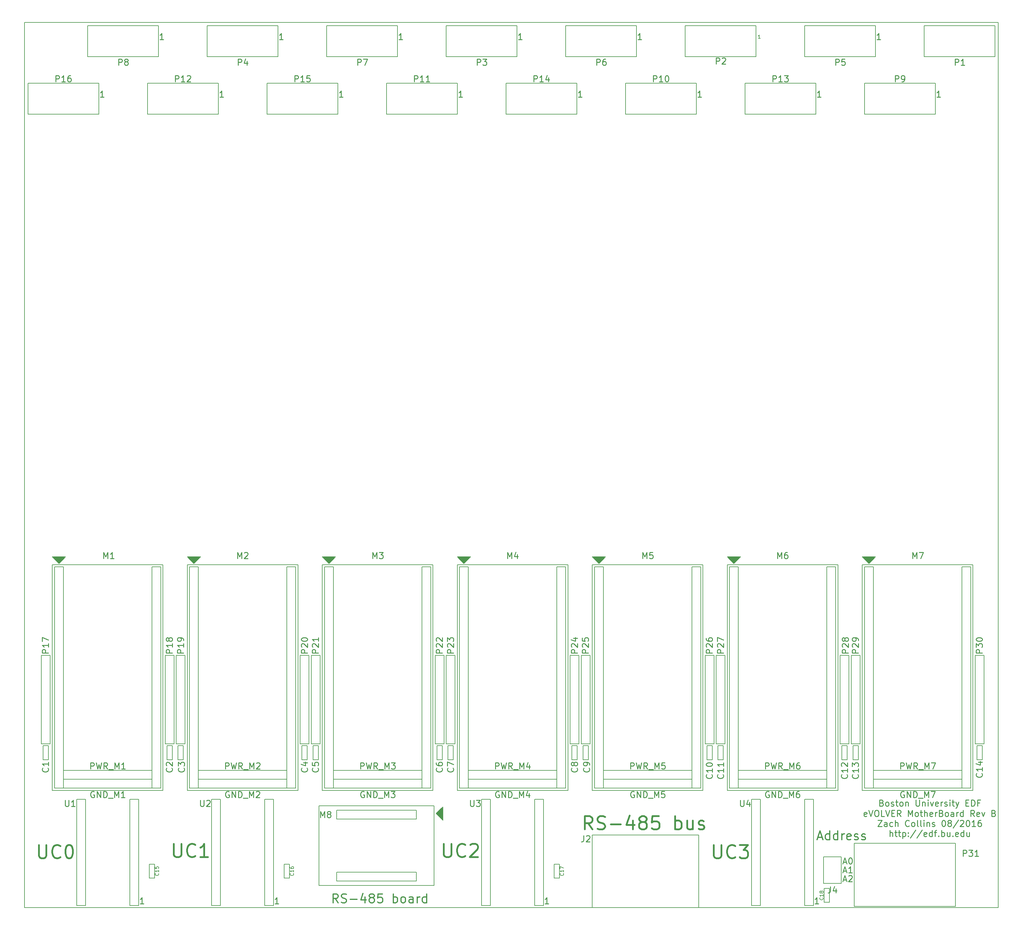
<source format=gbr>
G04 #@! TF.FileFunction,Legend,Top*
%FSLAX46Y46*%
G04 Gerber Fmt 4.6, Leading zero omitted, Abs format (unit mm)*
G04 Created by KiCad (PCBNEW 4.0.3+e1-6302~38~ubuntu14.04.1-stable) date Fri Aug 19 15:31:16 2016*
%MOMM*%
%LPD*%
G01*
G04 APERTURE LIST*
%ADD10C,0.100000*%
%ADD11C,0.200000*%
%ADD12C,0.215900*%
%ADD13C,1.016000*%
%ADD14C,0.635000*%
%ADD15C,0.317500*%
%ADD16C,0.508000*%
%ADD17C,0.150000*%
%ADD18C,0.254000*%
G04 APERTURE END LIST*
D10*
D11*
X109855000Y-241300000D02*
X142875000Y-241300000D01*
X109855000Y-264160000D02*
X109855000Y-241300000D01*
X142875000Y-264160000D02*
X109855000Y-264160000D01*
X142875000Y-241300000D02*
X142875000Y-264160000D01*
D12*
X260350001Y-257471333D02*
X261196667Y-257471333D01*
X260180667Y-257979333D02*
X260773334Y-256201333D01*
X261366001Y-257979333D01*
X262297334Y-256201333D02*
X262466667Y-256201333D01*
X262636001Y-256286000D01*
X262720667Y-256370667D01*
X262805334Y-256540000D01*
X262890001Y-256878667D01*
X262890001Y-257302000D01*
X262805334Y-257640667D01*
X262720667Y-257810000D01*
X262636001Y-257894667D01*
X262466667Y-257979333D01*
X262297334Y-257979333D01*
X262128001Y-257894667D01*
X262043334Y-257810000D01*
X261958667Y-257640667D01*
X261874001Y-257302000D01*
X261874001Y-256878667D01*
X261958667Y-256540000D01*
X262043334Y-256370667D01*
X262128001Y-256286000D01*
X262297334Y-256201333D01*
X260350001Y-260011333D02*
X261196667Y-260011333D01*
X260180667Y-260519333D02*
X260773334Y-258741333D01*
X261366001Y-260519333D01*
X262890001Y-260519333D02*
X261874001Y-260519333D01*
X262382001Y-260519333D02*
X262382001Y-258741333D01*
X262212667Y-258995333D01*
X262043334Y-259164667D01*
X261874001Y-259249333D01*
D11*
X297497500Y-236855000D02*
X265747500Y-236855000D01*
X297497500Y-172085000D02*
X297497500Y-236855000D01*
X265747500Y-172085000D02*
X297497500Y-172085000D01*
X265747500Y-236855000D02*
X265747500Y-172085000D01*
X258762500Y-236855000D02*
X227012500Y-236855000D01*
X258762500Y-172085000D02*
X258762500Y-236855000D01*
X227012500Y-172085000D02*
X258762500Y-172085000D01*
X227012500Y-236855000D02*
X227012500Y-172085000D01*
X220027500Y-236855000D02*
X188277500Y-236855000D01*
X220027500Y-172085000D02*
X220027500Y-236855000D01*
X188277500Y-172085000D02*
X220027500Y-172085000D01*
X188277500Y-236855000D02*
X188277500Y-172085000D01*
X181292500Y-236855000D02*
X149542500Y-236855000D01*
X181292500Y-172085000D02*
X181292500Y-236855000D01*
X149542500Y-172085000D02*
X181292500Y-172085000D01*
X149542500Y-236855000D02*
X149542500Y-172085000D01*
X142557500Y-236855000D02*
X110807500Y-236855000D01*
X142557500Y-172085000D02*
X142557500Y-236855000D01*
X110807500Y-172085000D02*
X142557500Y-172085000D01*
X110807500Y-236855000D02*
X110807500Y-172085000D01*
X72072500Y-172085000D02*
X72072500Y-236855000D01*
X103822500Y-172085000D02*
X72072500Y-172085000D01*
X103822500Y-236855000D02*
X103822500Y-172085000D01*
X72072500Y-236855000D02*
X103822500Y-236855000D01*
X33337500Y-236855000D02*
X33655000Y-236855000D01*
X33337500Y-172085000D02*
X33337500Y-236855000D01*
X33655000Y-172085000D02*
X33337500Y-172085000D01*
X65087500Y-172085000D02*
X64770000Y-172085000D01*
X65087500Y-236855000D02*
X65087500Y-172085000D01*
X64770000Y-236855000D02*
X65087500Y-236855000D01*
D13*
X268287500Y-170497500D02*
X267017500Y-170497500D01*
D11*
X267652500Y-171132500D02*
X268287500Y-170497500D01*
X267017500Y-170497500D02*
X267652500Y-171132500D01*
X269240000Y-170027600D02*
X266065000Y-170027600D01*
D14*
X267652500Y-171450000D02*
X268922500Y-170180000D01*
X266382500Y-170180000D02*
X267652500Y-171450000D01*
D11*
X265747500Y-169862500D02*
X267652500Y-171767500D01*
X269557500Y-169862500D02*
X265747500Y-169862500D01*
X267652500Y-171767500D02*
X269557500Y-169862500D01*
X228917500Y-171767500D02*
X230822500Y-169862500D01*
X230822500Y-169862500D02*
X227012500Y-169862500D01*
X227012500Y-169862500D02*
X228917500Y-171767500D01*
D14*
X227647500Y-170180000D02*
X228917500Y-171450000D01*
X228917500Y-171450000D02*
X230187500Y-170180000D01*
D11*
X230505000Y-170027600D02*
X227330000Y-170027600D01*
X228282500Y-170497500D02*
X228917500Y-171132500D01*
X228917500Y-171132500D02*
X229552500Y-170497500D01*
D13*
X229552500Y-170497500D02*
X228282500Y-170497500D01*
X190817500Y-170497500D02*
X189547500Y-170497500D01*
D11*
X190182500Y-171132500D02*
X190817500Y-170497500D01*
X189547500Y-170497500D02*
X190182500Y-171132500D01*
X191770000Y-170027600D02*
X188595000Y-170027600D01*
D14*
X190182500Y-171450000D02*
X191452500Y-170180000D01*
X188912500Y-170180000D02*
X190182500Y-171450000D01*
D11*
X188277500Y-169862500D02*
X190182500Y-171767500D01*
X192087500Y-169862500D02*
X188277500Y-169862500D01*
X190182500Y-171767500D02*
X192087500Y-169862500D01*
X151447500Y-171767500D02*
X153352500Y-169862500D01*
X153352500Y-169862500D02*
X149542500Y-169862500D01*
X149542500Y-169862500D02*
X151447500Y-171767500D01*
D14*
X150177500Y-170180000D02*
X151447500Y-171450000D01*
X151447500Y-171450000D02*
X152717500Y-170180000D01*
D11*
X153035000Y-170027600D02*
X149860000Y-170027600D01*
X150812500Y-170497500D02*
X151447500Y-171132500D01*
X151447500Y-171132500D02*
X152082500Y-170497500D01*
D13*
X152082500Y-170497500D02*
X150812500Y-170497500D01*
X113347500Y-170497500D02*
X112077500Y-170497500D01*
D11*
X112712500Y-171132500D02*
X113347500Y-170497500D01*
X112077500Y-170497500D02*
X112712500Y-171132500D01*
X114300000Y-170027600D02*
X111125000Y-170027600D01*
D14*
X112712500Y-171450000D02*
X113982500Y-170180000D01*
X111442500Y-170180000D02*
X112712500Y-171450000D01*
D11*
X110807500Y-169862500D02*
X112712500Y-171767500D01*
X114617500Y-169862500D02*
X110807500Y-169862500D01*
X112712500Y-171767500D02*
X114617500Y-169862500D01*
X73977500Y-171767500D02*
X75882500Y-169862500D01*
X75882500Y-169862500D02*
X72072500Y-169862500D01*
X72072500Y-169862500D02*
X73977500Y-171767500D01*
D14*
X72707500Y-170180000D02*
X73977500Y-171450000D01*
X73977500Y-171450000D02*
X75247500Y-170180000D01*
D11*
X75565000Y-170027600D02*
X72390000Y-170027600D01*
X73342500Y-170497500D02*
X73977500Y-171132500D01*
X73977500Y-171132500D02*
X74612500Y-170497500D01*
D13*
X74612500Y-170497500D02*
X73342500Y-170497500D01*
X35877500Y-170497500D02*
X34607500Y-170497500D01*
D11*
X35242500Y-171132500D02*
X35877500Y-170497500D01*
X34607500Y-170497500D02*
X35242500Y-171132500D01*
X36830000Y-170027600D02*
X33655000Y-170027600D01*
D14*
X35242500Y-171450000D02*
X36512500Y-170180000D01*
X33972500Y-170180000D02*
X35242500Y-171450000D01*
D11*
X33337500Y-169862500D02*
X35242500Y-171767500D01*
X37147500Y-169862500D02*
X33337500Y-169862500D01*
X35242500Y-171767500D02*
X37147500Y-169862500D01*
X64770000Y-172085000D02*
X33655000Y-172085000D01*
X33655000Y-236855000D02*
X64770000Y-236855000D01*
D15*
X115343214Y-269119048D02*
X114496548Y-267909524D01*
X113891786Y-269119048D02*
X113891786Y-266579048D01*
X114859405Y-266579048D01*
X115101310Y-266700000D01*
X115222262Y-266820952D01*
X115343214Y-267062857D01*
X115343214Y-267425714D01*
X115222262Y-267667619D01*
X115101310Y-267788571D01*
X114859405Y-267909524D01*
X113891786Y-267909524D01*
X116310834Y-268998095D02*
X116673691Y-269119048D01*
X117278453Y-269119048D01*
X117520357Y-268998095D01*
X117641310Y-268877143D01*
X117762262Y-268635238D01*
X117762262Y-268393333D01*
X117641310Y-268151429D01*
X117520357Y-268030476D01*
X117278453Y-267909524D01*
X116794643Y-267788571D01*
X116552738Y-267667619D01*
X116431786Y-267546667D01*
X116310834Y-267304762D01*
X116310834Y-267062857D01*
X116431786Y-266820952D01*
X116552738Y-266700000D01*
X116794643Y-266579048D01*
X117399405Y-266579048D01*
X117762262Y-266700000D01*
X118850834Y-268151429D02*
X120786072Y-268151429D01*
X123084167Y-267425714D02*
X123084167Y-269119048D01*
X122479405Y-266458095D02*
X121874644Y-268272381D01*
X123447024Y-268272381D01*
X124777501Y-267667619D02*
X124535596Y-267546667D01*
X124414644Y-267425714D01*
X124293692Y-267183810D01*
X124293692Y-267062857D01*
X124414644Y-266820952D01*
X124535596Y-266700000D01*
X124777501Y-266579048D01*
X125261311Y-266579048D01*
X125503215Y-266700000D01*
X125624168Y-266820952D01*
X125745120Y-267062857D01*
X125745120Y-267183810D01*
X125624168Y-267425714D01*
X125503215Y-267546667D01*
X125261311Y-267667619D01*
X124777501Y-267667619D01*
X124535596Y-267788571D01*
X124414644Y-267909524D01*
X124293692Y-268151429D01*
X124293692Y-268635238D01*
X124414644Y-268877143D01*
X124535596Y-268998095D01*
X124777501Y-269119048D01*
X125261311Y-269119048D01*
X125503215Y-268998095D01*
X125624168Y-268877143D01*
X125745120Y-268635238D01*
X125745120Y-268151429D01*
X125624168Y-267909524D01*
X125503215Y-267788571D01*
X125261311Y-267667619D01*
X128043216Y-266579048D02*
X126833692Y-266579048D01*
X126712740Y-267788571D01*
X126833692Y-267667619D01*
X127075597Y-267546667D01*
X127680359Y-267546667D01*
X127922263Y-267667619D01*
X128043216Y-267788571D01*
X128164168Y-268030476D01*
X128164168Y-268635238D01*
X128043216Y-268877143D01*
X127922263Y-268998095D01*
X127680359Y-269119048D01*
X127075597Y-269119048D01*
X126833692Y-268998095D01*
X126712740Y-268877143D01*
X131187978Y-269119048D02*
X131187978Y-266579048D01*
X131187978Y-267546667D02*
X131429883Y-267425714D01*
X131913692Y-267425714D01*
X132155597Y-267546667D01*
X132276549Y-267667619D01*
X132397502Y-267909524D01*
X132397502Y-268635238D01*
X132276549Y-268877143D01*
X132155597Y-268998095D01*
X131913692Y-269119048D01*
X131429883Y-269119048D01*
X131187978Y-268998095D01*
X133848930Y-269119048D02*
X133607025Y-268998095D01*
X133486073Y-268877143D01*
X133365121Y-268635238D01*
X133365121Y-267909524D01*
X133486073Y-267667619D01*
X133607025Y-267546667D01*
X133848930Y-267425714D01*
X134211787Y-267425714D01*
X134453692Y-267546667D01*
X134574644Y-267667619D01*
X134695597Y-267909524D01*
X134695597Y-268635238D01*
X134574644Y-268877143D01*
X134453692Y-268998095D01*
X134211787Y-269119048D01*
X133848930Y-269119048D01*
X136872739Y-269119048D02*
X136872739Y-267788571D01*
X136751787Y-267546667D01*
X136509882Y-267425714D01*
X136026073Y-267425714D01*
X135784168Y-267546667D01*
X136872739Y-268998095D02*
X136630835Y-269119048D01*
X136026073Y-269119048D01*
X135784168Y-268998095D01*
X135663216Y-268756190D01*
X135663216Y-268514286D01*
X135784168Y-268272381D01*
X136026073Y-268151429D01*
X136630835Y-268151429D01*
X136872739Y-268030476D01*
X138082263Y-269119048D02*
X138082263Y-267425714D01*
X138082263Y-267909524D02*
X138203215Y-267667619D01*
X138324168Y-267546667D01*
X138566072Y-267425714D01*
X138807977Y-267425714D01*
X140743215Y-269119048D02*
X140743215Y-266579048D01*
X140743215Y-268998095D02*
X140501311Y-269119048D01*
X140017501Y-269119048D01*
X139775596Y-268998095D01*
X139654644Y-268877143D01*
X139533692Y-268635238D01*
X139533692Y-267909524D01*
X139654644Y-267667619D01*
X139775596Y-267546667D01*
X140017501Y-267425714D01*
X140501311Y-267425714D01*
X140743215Y-267546667D01*
D11*
X143510000Y-243522500D02*
X145415000Y-245427500D01*
X145415000Y-245427500D02*
X145415000Y-241617500D01*
X145415000Y-241617500D02*
X143510000Y-243522500D01*
D14*
X145097500Y-242252500D02*
X143827500Y-243522500D01*
X143827500Y-243522500D02*
X145097500Y-244792500D01*
D11*
X145249900Y-245110000D02*
X145249900Y-241935000D01*
X144780000Y-242887500D02*
X144145000Y-243522500D01*
X144145000Y-243522500D02*
X144780000Y-244157500D01*
D13*
X144780000Y-244157500D02*
X144780000Y-242887500D01*
D16*
X188322858Y-248103571D02*
X187052858Y-246289286D01*
X186145715Y-248103571D02*
X186145715Y-244293571D01*
X187597143Y-244293571D01*
X187960001Y-244475000D01*
X188141429Y-244656429D01*
X188322858Y-245019286D01*
X188322858Y-245563571D01*
X188141429Y-245926429D01*
X187960001Y-246107857D01*
X187597143Y-246289286D01*
X186145715Y-246289286D01*
X189774286Y-247922143D02*
X190318572Y-248103571D01*
X191225715Y-248103571D01*
X191588572Y-247922143D01*
X191770001Y-247740714D01*
X191951429Y-247377857D01*
X191951429Y-247015000D01*
X191770001Y-246652143D01*
X191588572Y-246470714D01*
X191225715Y-246289286D01*
X190500001Y-246107857D01*
X190137143Y-245926429D01*
X189955715Y-245745000D01*
X189774286Y-245382143D01*
X189774286Y-245019286D01*
X189955715Y-244656429D01*
X190137143Y-244475000D01*
X190500001Y-244293571D01*
X191407143Y-244293571D01*
X191951429Y-244475000D01*
X193584286Y-246652143D02*
X196487143Y-246652143D01*
X199934286Y-245563571D02*
X199934286Y-248103571D01*
X199027143Y-244112143D02*
X198120000Y-246833571D01*
X200478572Y-246833571D01*
X202474286Y-245926429D02*
X202111428Y-245745000D01*
X201930000Y-245563571D01*
X201748571Y-245200714D01*
X201748571Y-245019286D01*
X201930000Y-244656429D01*
X202111428Y-244475000D01*
X202474286Y-244293571D01*
X203200000Y-244293571D01*
X203562857Y-244475000D01*
X203744286Y-244656429D01*
X203925714Y-245019286D01*
X203925714Y-245200714D01*
X203744286Y-245563571D01*
X203562857Y-245745000D01*
X203200000Y-245926429D01*
X202474286Y-245926429D01*
X202111428Y-246107857D01*
X201930000Y-246289286D01*
X201748571Y-246652143D01*
X201748571Y-247377857D01*
X201930000Y-247740714D01*
X202111428Y-247922143D01*
X202474286Y-248103571D01*
X203200000Y-248103571D01*
X203562857Y-247922143D01*
X203744286Y-247740714D01*
X203925714Y-247377857D01*
X203925714Y-246652143D01*
X203744286Y-246289286D01*
X203562857Y-246107857D01*
X203200000Y-245926429D01*
X207372857Y-244293571D02*
X205558571Y-244293571D01*
X205377142Y-246107857D01*
X205558571Y-245926429D01*
X205921428Y-245745000D01*
X206828571Y-245745000D01*
X207191428Y-245926429D01*
X207372857Y-246107857D01*
X207554285Y-246470714D01*
X207554285Y-247377857D01*
X207372857Y-247740714D01*
X207191428Y-247922143D01*
X206828571Y-248103571D01*
X205921428Y-248103571D01*
X205558571Y-247922143D01*
X205377142Y-247740714D01*
X212089999Y-248103571D02*
X212089999Y-244293571D01*
X212089999Y-245745000D02*
X212452856Y-245563571D01*
X213178570Y-245563571D01*
X213541427Y-245745000D01*
X213722856Y-245926429D01*
X213904285Y-246289286D01*
X213904285Y-247377857D01*
X213722856Y-247740714D01*
X213541427Y-247922143D01*
X213178570Y-248103571D01*
X212452856Y-248103571D01*
X212089999Y-247922143D01*
X217169999Y-245563571D02*
X217169999Y-248103571D01*
X215537142Y-245563571D02*
X215537142Y-247559286D01*
X215718570Y-247922143D01*
X216081428Y-248103571D01*
X216625713Y-248103571D01*
X216988570Y-247922143D01*
X217169999Y-247740714D01*
X218802856Y-247922143D02*
X219165713Y-248103571D01*
X219891428Y-248103571D01*
X220254285Y-247922143D01*
X220435713Y-247559286D01*
X220435713Y-247377857D01*
X220254285Y-247015000D01*
X219891428Y-246833571D01*
X219347142Y-246833571D01*
X218984285Y-246652143D01*
X218802856Y-246289286D01*
X218802856Y-246107857D01*
X218984285Y-245745000D01*
X219347142Y-245563571D01*
X219891428Y-245563571D01*
X220254285Y-245745000D01*
X223157143Y-252548571D02*
X223157143Y-255632857D01*
X223338571Y-255995714D01*
X223520000Y-256177143D01*
X223882857Y-256358571D01*
X224608571Y-256358571D01*
X224971429Y-256177143D01*
X225152857Y-255995714D01*
X225334286Y-255632857D01*
X225334286Y-252548571D01*
X229325715Y-255995714D02*
X229144286Y-256177143D01*
X228600000Y-256358571D01*
X228237143Y-256358571D01*
X227692858Y-256177143D01*
X227330000Y-255814286D01*
X227148572Y-255451429D01*
X226967143Y-254725714D01*
X226967143Y-254181429D01*
X227148572Y-253455714D01*
X227330000Y-253092857D01*
X227692858Y-252730000D01*
X228237143Y-252548571D01*
X228600000Y-252548571D01*
X229144286Y-252730000D01*
X229325715Y-252911429D01*
X230595715Y-252548571D02*
X232954286Y-252548571D01*
X231684286Y-254000000D01*
X232228572Y-254000000D01*
X232591429Y-254181429D01*
X232772858Y-254362857D01*
X232954286Y-254725714D01*
X232954286Y-255632857D01*
X232772858Y-255995714D01*
X232591429Y-256177143D01*
X232228572Y-256358571D01*
X231140000Y-256358571D01*
X230777143Y-256177143D01*
X230595715Y-255995714D01*
X145687143Y-252231071D02*
X145687143Y-255315357D01*
X145868571Y-255678214D01*
X146050000Y-255859643D01*
X146412857Y-256041071D01*
X147138571Y-256041071D01*
X147501429Y-255859643D01*
X147682857Y-255678214D01*
X147864286Y-255315357D01*
X147864286Y-252231071D01*
X151855715Y-255678214D02*
X151674286Y-255859643D01*
X151130000Y-256041071D01*
X150767143Y-256041071D01*
X150222858Y-255859643D01*
X149860000Y-255496786D01*
X149678572Y-255133929D01*
X149497143Y-254408214D01*
X149497143Y-253863929D01*
X149678572Y-253138214D01*
X149860000Y-252775357D01*
X150222858Y-252412500D01*
X150767143Y-252231071D01*
X151130000Y-252231071D01*
X151674286Y-252412500D01*
X151855715Y-252593929D01*
X153307143Y-252593929D02*
X153488572Y-252412500D01*
X153851429Y-252231071D01*
X154758572Y-252231071D01*
X155121429Y-252412500D01*
X155302858Y-252593929D01*
X155484286Y-252956786D01*
X155484286Y-253319643D01*
X155302858Y-253863929D01*
X153125715Y-256041071D01*
X155484286Y-256041071D01*
X68217143Y-252231071D02*
X68217143Y-255315357D01*
X68398571Y-255678214D01*
X68580000Y-255859643D01*
X68942857Y-256041071D01*
X69668571Y-256041071D01*
X70031429Y-255859643D01*
X70212857Y-255678214D01*
X70394286Y-255315357D01*
X70394286Y-252231071D01*
X74385715Y-255678214D02*
X74204286Y-255859643D01*
X73660000Y-256041071D01*
X73297143Y-256041071D01*
X72752858Y-255859643D01*
X72390000Y-255496786D01*
X72208572Y-255133929D01*
X72027143Y-254408214D01*
X72027143Y-253863929D01*
X72208572Y-253138214D01*
X72390000Y-252775357D01*
X72752858Y-252412500D01*
X73297143Y-252231071D01*
X73660000Y-252231071D01*
X74204286Y-252412500D01*
X74385715Y-252593929D01*
X78014286Y-256041071D02*
X75837143Y-256041071D01*
X76925715Y-256041071D02*
X76925715Y-252231071D01*
X76562858Y-252775357D01*
X76200000Y-253138214D01*
X75837143Y-253319643D01*
X29482143Y-252548571D02*
X29482143Y-255632857D01*
X29663571Y-255995714D01*
X29845000Y-256177143D01*
X30207857Y-256358571D01*
X30933571Y-256358571D01*
X31296429Y-256177143D01*
X31477857Y-255995714D01*
X31659286Y-255632857D01*
X31659286Y-252548571D01*
X35650715Y-255995714D02*
X35469286Y-256177143D01*
X34925000Y-256358571D01*
X34562143Y-256358571D01*
X34017858Y-256177143D01*
X33655000Y-255814286D01*
X33473572Y-255451429D01*
X33292143Y-254725714D01*
X33292143Y-254181429D01*
X33473572Y-253455714D01*
X33655000Y-253092857D01*
X34017858Y-252730000D01*
X34562143Y-252548571D01*
X34925000Y-252548571D01*
X35469286Y-252730000D01*
X35650715Y-252911429D01*
X38009286Y-252548571D02*
X38372143Y-252548571D01*
X38735000Y-252730000D01*
X38916429Y-252911429D01*
X39097858Y-253274286D01*
X39279286Y-254000000D01*
X39279286Y-254907143D01*
X39097858Y-255632857D01*
X38916429Y-255995714D01*
X38735000Y-256177143D01*
X38372143Y-256358571D01*
X38009286Y-256358571D01*
X37646429Y-256177143D01*
X37465000Y-255995714D01*
X37283572Y-255632857D01*
X37102143Y-254907143D01*
X37102143Y-254000000D01*
X37283572Y-253274286D01*
X37465000Y-252911429D01*
X37646429Y-252730000D01*
X38009286Y-252548571D01*
D15*
X253008192Y-250327583D02*
X254217715Y-250327583D01*
X252766287Y-251053298D02*
X253612953Y-248513298D01*
X254459620Y-251053298D01*
X256394858Y-251053298D02*
X256394858Y-248513298D01*
X256394858Y-250932345D02*
X256152954Y-251053298D01*
X255669144Y-251053298D01*
X255427239Y-250932345D01*
X255306287Y-250811393D01*
X255185335Y-250569488D01*
X255185335Y-249843774D01*
X255306287Y-249601869D01*
X255427239Y-249480917D01*
X255669144Y-249359964D01*
X256152954Y-249359964D01*
X256394858Y-249480917D01*
X258692953Y-251053298D02*
X258692953Y-248513298D01*
X258692953Y-250932345D02*
X258451049Y-251053298D01*
X257967239Y-251053298D01*
X257725334Y-250932345D01*
X257604382Y-250811393D01*
X257483430Y-250569488D01*
X257483430Y-249843774D01*
X257604382Y-249601869D01*
X257725334Y-249480917D01*
X257967239Y-249359964D01*
X258451049Y-249359964D01*
X258692953Y-249480917D01*
X259902477Y-251053298D02*
X259902477Y-249359964D01*
X259902477Y-249843774D02*
X260023429Y-249601869D01*
X260144382Y-249480917D01*
X260386286Y-249359964D01*
X260628191Y-249359964D01*
X262442477Y-250932345D02*
X262200572Y-251053298D01*
X261716763Y-251053298D01*
X261474858Y-250932345D01*
X261353906Y-250690440D01*
X261353906Y-249722821D01*
X261474858Y-249480917D01*
X261716763Y-249359964D01*
X262200572Y-249359964D01*
X262442477Y-249480917D01*
X262563429Y-249722821D01*
X262563429Y-249964726D01*
X261353906Y-250206631D01*
X263531049Y-250932345D02*
X263772953Y-251053298D01*
X264256763Y-251053298D01*
X264498668Y-250932345D01*
X264619620Y-250690440D01*
X264619620Y-250569488D01*
X264498668Y-250327583D01*
X264256763Y-250206631D01*
X263893906Y-250206631D01*
X263652001Y-250085679D01*
X263531049Y-249843774D01*
X263531049Y-249722821D01*
X263652001Y-249480917D01*
X263893906Y-249359964D01*
X264256763Y-249359964D01*
X264498668Y-249480917D01*
X265587239Y-250932345D02*
X265829143Y-251053298D01*
X266312953Y-251053298D01*
X266554858Y-250932345D01*
X266675810Y-250690440D01*
X266675810Y-250569488D01*
X266554858Y-250327583D01*
X266312953Y-250206631D01*
X265950096Y-250206631D01*
X265708191Y-250085679D01*
X265587239Y-249843774D01*
X265587239Y-249722821D01*
X265708191Y-249480917D01*
X265950096Y-249359964D01*
X266312953Y-249359964D01*
X266554858Y-249480917D01*
D12*
X271314332Y-240487200D02*
X271568332Y-240571867D01*
X271652999Y-240656533D01*
X271737665Y-240825867D01*
X271737665Y-241079867D01*
X271652999Y-241249200D01*
X271568332Y-241333867D01*
X271398999Y-241418533D01*
X270721665Y-241418533D01*
X270721665Y-239640533D01*
X271314332Y-239640533D01*
X271483665Y-239725200D01*
X271568332Y-239809867D01*
X271652999Y-239979200D01*
X271652999Y-240148533D01*
X271568332Y-240317867D01*
X271483665Y-240402533D01*
X271314332Y-240487200D01*
X270721665Y-240487200D01*
X272753665Y-241418533D02*
X272584332Y-241333867D01*
X272499665Y-241249200D01*
X272414999Y-241079867D01*
X272414999Y-240571867D01*
X272499665Y-240402533D01*
X272584332Y-240317867D01*
X272753665Y-240233200D01*
X273007665Y-240233200D01*
X273176999Y-240317867D01*
X273261665Y-240402533D01*
X273346332Y-240571867D01*
X273346332Y-241079867D01*
X273261665Y-241249200D01*
X273176999Y-241333867D01*
X273007665Y-241418533D01*
X272753665Y-241418533D01*
X274023666Y-241333867D02*
X274192999Y-241418533D01*
X274531666Y-241418533D01*
X274700999Y-241333867D01*
X274785666Y-241164533D01*
X274785666Y-241079867D01*
X274700999Y-240910533D01*
X274531666Y-240825867D01*
X274277666Y-240825867D01*
X274108332Y-240741200D01*
X274023666Y-240571867D01*
X274023666Y-240487200D01*
X274108332Y-240317867D01*
X274277666Y-240233200D01*
X274531666Y-240233200D01*
X274700999Y-240317867D01*
X275293665Y-240233200D02*
X275970999Y-240233200D01*
X275547665Y-239640533D02*
X275547665Y-241164533D01*
X275632332Y-241333867D01*
X275801665Y-241418533D01*
X275970999Y-241418533D01*
X276817665Y-241418533D02*
X276648332Y-241333867D01*
X276563665Y-241249200D01*
X276478999Y-241079867D01*
X276478999Y-240571867D01*
X276563665Y-240402533D01*
X276648332Y-240317867D01*
X276817665Y-240233200D01*
X277071665Y-240233200D01*
X277240999Y-240317867D01*
X277325665Y-240402533D01*
X277410332Y-240571867D01*
X277410332Y-241079867D01*
X277325665Y-241249200D01*
X277240999Y-241333867D01*
X277071665Y-241418533D01*
X276817665Y-241418533D01*
X278172332Y-240233200D02*
X278172332Y-241418533D01*
X278172332Y-240402533D02*
X278256999Y-240317867D01*
X278426332Y-240233200D01*
X278680332Y-240233200D01*
X278849666Y-240317867D01*
X278934332Y-240487200D01*
X278934332Y-241418533D01*
X281135666Y-239640533D02*
X281135666Y-241079867D01*
X281220333Y-241249200D01*
X281305000Y-241333867D01*
X281474333Y-241418533D01*
X281813000Y-241418533D01*
X281982333Y-241333867D01*
X282067000Y-241249200D01*
X282151666Y-241079867D01*
X282151666Y-239640533D01*
X282998333Y-240233200D02*
X282998333Y-241418533D01*
X282998333Y-240402533D02*
X283083000Y-240317867D01*
X283252333Y-240233200D01*
X283506333Y-240233200D01*
X283675667Y-240317867D01*
X283760333Y-240487200D01*
X283760333Y-241418533D01*
X284607000Y-241418533D02*
X284607000Y-240233200D01*
X284607000Y-239640533D02*
X284522334Y-239725200D01*
X284607000Y-239809867D01*
X284691667Y-239725200D01*
X284607000Y-239640533D01*
X284607000Y-239809867D01*
X285284334Y-240233200D02*
X285707667Y-241418533D01*
X286131001Y-240233200D01*
X287485668Y-241333867D02*
X287316334Y-241418533D01*
X286977668Y-241418533D01*
X286808334Y-241333867D01*
X286723668Y-241164533D01*
X286723668Y-240487200D01*
X286808334Y-240317867D01*
X286977668Y-240233200D01*
X287316334Y-240233200D01*
X287485668Y-240317867D01*
X287570334Y-240487200D01*
X287570334Y-240656533D01*
X286723668Y-240825867D01*
X288332334Y-241418533D02*
X288332334Y-240233200D01*
X288332334Y-240571867D02*
X288417001Y-240402533D01*
X288501668Y-240317867D01*
X288671001Y-240233200D01*
X288840334Y-240233200D01*
X289348335Y-241333867D02*
X289517668Y-241418533D01*
X289856335Y-241418533D01*
X290025668Y-241333867D01*
X290110335Y-241164533D01*
X290110335Y-241079867D01*
X290025668Y-240910533D01*
X289856335Y-240825867D01*
X289602335Y-240825867D01*
X289433001Y-240741200D01*
X289348335Y-240571867D01*
X289348335Y-240487200D01*
X289433001Y-240317867D01*
X289602335Y-240233200D01*
X289856335Y-240233200D01*
X290025668Y-240317867D01*
X290872334Y-241418533D02*
X290872334Y-240233200D01*
X290872334Y-239640533D02*
X290787668Y-239725200D01*
X290872334Y-239809867D01*
X290957001Y-239725200D01*
X290872334Y-239640533D01*
X290872334Y-239809867D01*
X291465001Y-240233200D02*
X292142335Y-240233200D01*
X291719001Y-239640533D02*
X291719001Y-241164533D01*
X291803668Y-241333867D01*
X291973001Y-241418533D01*
X292142335Y-241418533D01*
X292565668Y-240233200D02*
X292989001Y-241418533D01*
X293412335Y-240233200D02*
X292989001Y-241418533D01*
X292819668Y-241841867D01*
X292735001Y-241926533D01*
X292565668Y-242011200D01*
X295444335Y-240487200D02*
X296037002Y-240487200D01*
X296291002Y-241418533D02*
X295444335Y-241418533D01*
X295444335Y-239640533D01*
X296291002Y-239640533D01*
X297053002Y-241418533D02*
X297053002Y-239640533D01*
X297476336Y-239640533D01*
X297730336Y-239725200D01*
X297899669Y-239894533D01*
X297984336Y-240063867D01*
X298069002Y-240402533D01*
X298069002Y-240656533D01*
X297984336Y-240995200D01*
X297899669Y-241164533D01*
X297730336Y-241333867D01*
X297476336Y-241418533D01*
X297053002Y-241418533D01*
X299423669Y-240487200D02*
X298831002Y-240487200D01*
X298831002Y-241418533D02*
X298831002Y-239640533D01*
X299677669Y-239640533D01*
X267038665Y-244216767D02*
X266869331Y-244301433D01*
X266530665Y-244301433D01*
X266361331Y-244216767D01*
X266276665Y-244047433D01*
X266276665Y-243370100D01*
X266361331Y-243200767D01*
X266530665Y-243116100D01*
X266869331Y-243116100D01*
X267038665Y-243200767D01*
X267123331Y-243370100D01*
X267123331Y-243539433D01*
X266276665Y-243708767D01*
X267631331Y-242523433D02*
X268223998Y-244301433D01*
X268816665Y-242523433D01*
X269747998Y-242523433D02*
X270086665Y-242523433D01*
X270255998Y-242608100D01*
X270425331Y-242777433D01*
X270509998Y-243116100D01*
X270509998Y-243708767D01*
X270425331Y-244047433D01*
X270255998Y-244216767D01*
X270086665Y-244301433D01*
X269747998Y-244301433D01*
X269578665Y-244216767D01*
X269409331Y-244047433D01*
X269324665Y-243708767D01*
X269324665Y-243116100D01*
X269409331Y-242777433D01*
X269578665Y-242608100D01*
X269747998Y-242523433D01*
X272118665Y-244301433D02*
X271271998Y-244301433D01*
X271271998Y-242523433D01*
X272457331Y-242523433D02*
X273049998Y-244301433D01*
X273642665Y-242523433D01*
X274235331Y-243370100D02*
X274827998Y-243370100D01*
X275081998Y-244301433D02*
X274235331Y-244301433D01*
X274235331Y-242523433D01*
X275081998Y-242523433D01*
X276859998Y-244301433D02*
X276267332Y-243454767D01*
X275843998Y-244301433D02*
X275843998Y-242523433D01*
X276521332Y-242523433D01*
X276690665Y-242608100D01*
X276775332Y-242692767D01*
X276859998Y-242862100D01*
X276859998Y-243116100D01*
X276775332Y-243285433D01*
X276690665Y-243370100D01*
X276521332Y-243454767D01*
X275843998Y-243454767D01*
X278976665Y-244301433D02*
X278976665Y-242523433D01*
X279569332Y-243793433D01*
X280161999Y-242523433D01*
X280161999Y-244301433D01*
X281262665Y-244301433D02*
X281093332Y-244216767D01*
X281008665Y-244132100D01*
X280923999Y-243962767D01*
X280923999Y-243454767D01*
X281008665Y-243285433D01*
X281093332Y-243200767D01*
X281262665Y-243116100D01*
X281516665Y-243116100D01*
X281685999Y-243200767D01*
X281770665Y-243285433D01*
X281855332Y-243454767D01*
X281855332Y-243962767D01*
X281770665Y-244132100D01*
X281685999Y-244216767D01*
X281516665Y-244301433D01*
X281262665Y-244301433D01*
X282363332Y-243116100D02*
X283040666Y-243116100D01*
X282617332Y-242523433D02*
X282617332Y-244047433D01*
X282701999Y-244216767D01*
X282871332Y-244301433D01*
X283040666Y-244301433D01*
X283633332Y-244301433D02*
X283633332Y-242523433D01*
X284395332Y-244301433D02*
X284395332Y-243370100D01*
X284310666Y-243200767D01*
X284141332Y-243116100D01*
X283887332Y-243116100D01*
X283717999Y-243200767D01*
X283633332Y-243285433D01*
X285919333Y-244216767D02*
X285749999Y-244301433D01*
X285411333Y-244301433D01*
X285241999Y-244216767D01*
X285157333Y-244047433D01*
X285157333Y-243370100D01*
X285241999Y-243200767D01*
X285411333Y-243116100D01*
X285749999Y-243116100D01*
X285919333Y-243200767D01*
X286003999Y-243370100D01*
X286003999Y-243539433D01*
X285157333Y-243708767D01*
X286765999Y-244301433D02*
X286765999Y-243116100D01*
X286765999Y-243454767D02*
X286850666Y-243285433D01*
X286935333Y-243200767D01*
X287104666Y-243116100D01*
X287273999Y-243116100D01*
X288459333Y-243370100D02*
X288713333Y-243454767D01*
X288798000Y-243539433D01*
X288882666Y-243708767D01*
X288882666Y-243962767D01*
X288798000Y-244132100D01*
X288713333Y-244216767D01*
X288544000Y-244301433D01*
X287866666Y-244301433D01*
X287866666Y-242523433D01*
X288459333Y-242523433D01*
X288628666Y-242608100D01*
X288713333Y-242692767D01*
X288798000Y-242862100D01*
X288798000Y-243031433D01*
X288713333Y-243200767D01*
X288628666Y-243285433D01*
X288459333Y-243370100D01*
X287866666Y-243370100D01*
X289898666Y-244301433D02*
X289729333Y-244216767D01*
X289644666Y-244132100D01*
X289560000Y-243962767D01*
X289560000Y-243454767D01*
X289644666Y-243285433D01*
X289729333Y-243200767D01*
X289898666Y-243116100D01*
X290152666Y-243116100D01*
X290322000Y-243200767D01*
X290406666Y-243285433D01*
X290491333Y-243454767D01*
X290491333Y-243962767D01*
X290406666Y-244132100D01*
X290322000Y-244216767D01*
X290152666Y-244301433D01*
X289898666Y-244301433D01*
X292015333Y-244301433D02*
X292015333Y-243370100D01*
X291930667Y-243200767D01*
X291761333Y-243116100D01*
X291422667Y-243116100D01*
X291253333Y-243200767D01*
X292015333Y-244216767D02*
X291846000Y-244301433D01*
X291422667Y-244301433D01*
X291253333Y-244216767D01*
X291168667Y-244047433D01*
X291168667Y-243878100D01*
X291253333Y-243708767D01*
X291422667Y-243624100D01*
X291846000Y-243624100D01*
X292015333Y-243539433D01*
X292862000Y-244301433D02*
X292862000Y-243116100D01*
X292862000Y-243454767D02*
X292946667Y-243285433D01*
X293031334Y-243200767D01*
X293200667Y-243116100D01*
X293370000Y-243116100D01*
X294724667Y-244301433D02*
X294724667Y-242523433D01*
X294724667Y-244216767D02*
X294555334Y-244301433D01*
X294216667Y-244301433D01*
X294047334Y-244216767D01*
X293962667Y-244132100D01*
X293878001Y-243962767D01*
X293878001Y-243454767D01*
X293962667Y-243285433D01*
X294047334Y-243200767D01*
X294216667Y-243116100D01*
X294555334Y-243116100D01*
X294724667Y-243200767D01*
X297942001Y-244301433D02*
X297349335Y-243454767D01*
X296926001Y-244301433D02*
X296926001Y-242523433D01*
X297603335Y-242523433D01*
X297772668Y-242608100D01*
X297857335Y-242692767D01*
X297942001Y-242862100D01*
X297942001Y-243116100D01*
X297857335Y-243285433D01*
X297772668Y-243370100D01*
X297603335Y-243454767D01*
X296926001Y-243454767D01*
X299381335Y-244216767D02*
X299212001Y-244301433D01*
X298873335Y-244301433D01*
X298704001Y-244216767D01*
X298619335Y-244047433D01*
X298619335Y-243370100D01*
X298704001Y-243200767D01*
X298873335Y-243116100D01*
X299212001Y-243116100D01*
X299381335Y-243200767D01*
X299466001Y-243370100D01*
X299466001Y-243539433D01*
X298619335Y-243708767D01*
X300058668Y-243116100D02*
X300482001Y-244301433D01*
X300905335Y-243116100D01*
X303530002Y-243370100D02*
X303784002Y-243454767D01*
X303868669Y-243539433D01*
X303953335Y-243708767D01*
X303953335Y-243962767D01*
X303868669Y-244132100D01*
X303784002Y-244216767D01*
X303614669Y-244301433D01*
X302937335Y-244301433D01*
X302937335Y-242523433D01*
X303530002Y-242523433D01*
X303699335Y-242608100D01*
X303784002Y-242692767D01*
X303868669Y-242862100D01*
X303868669Y-243031433D01*
X303784002Y-243200767D01*
X303699335Y-243285433D01*
X303530002Y-243370100D01*
X302937335Y-243370100D01*
X270213667Y-245406333D02*
X271399000Y-245406333D01*
X270213667Y-247184333D01*
X271399000Y-247184333D01*
X272838333Y-247184333D02*
X272838333Y-246253000D01*
X272753667Y-246083667D01*
X272584333Y-245999000D01*
X272245667Y-245999000D01*
X272076333Y-246083667D01*
X272838333Y-247099667D02*
X272669000Y-247184333D01*
X272245667Y-247184333D01*
X272076333Y-247099667D01*
X271991667Y-246930333D01*
X271991667Y-246761000D01*
X272076333Y-246591667D01*
X272245667Y-246507000D01*
X272669000Y-246507000D01*
X272838333Y-246422333D01*
X274447000Y-247099667D02*
X274277667Y-247184333D01*
X273939000Y-247184333D01*
X273769667Y-247099667D01*
X273685000Y-247015000D01*
X273600334Y-246845667D01*
X273600334Y-246337667D01*
X273685000Y-246168333D01*
X273769667Y-246083667D01*
X273939000Y-245999000D01*
X274277667Y-245999000D01*
X274447000Y-246083667D01*
X275209000Y-247184333D02*
X275209000Y-245406333D01*
X275971000Y-247184333D02*
X275971000Y-246253000D01*
X275886334Y-246083667D01*
X275717000Y-245999000D01*
X275463000Y-245999000D01*
X275293667Y-246083667D01*
X275209000Y-246168333D01*
X279188334Y-247015000D02*
X279103668Y-247099667D01*
X278849668Y-247184333D01*
X278680334Y-247184333D01*
X278426334Y-247099667D01*
X278257001Y-246930333D01*
X278172334Y-246761000D01*
X278087668Y-246422333D01*
X278087668Y-246168333D01*
X278172334Y-245829667D01*
X278257001Y-245660333D01*
X278426334Y-245491000D01*
X278680334Y-245406333D01*
X278849668Y-245406333D01*
X279103668Y-245491000D01*
X279188334Y-245575667D01*
X280204334Y-247184333D02*
X280035001Y-247099667D01*
X279950334Y-247015000D01*
X279865668Y-246845667D01*
X279865668Y-246337667D01*
X279950334Y-246168333D01*
X280035001Y-246083667D01*
X280204334Y-245999000D01*
X280458334Y-245999000D01*
X280627668Y-246083667D01*
X280712334Y-246168333D01*
X280797001Y-246337667D01*
X280797001Y-246845667D01*
X280712334Y-247015000D01*
X280627668Y-247099667D01*
X280458334Y-247184333D01*
X280204334Y-247184333D01*
X281813001Y-247184333D02*
X281643668Y-247099667D01*
X281559001Y-246930333D01*
X281559001Y-245406333D01*
X282744334Y-247184333D02*
X282575001Y-247099667D01*
X282490334Y-246930333D01*
X282490334Y-245406333D01*
X283421667Y-247184333D02*
X283421667Y-245999000D01*
X283421667Y-245406333D02*
X283337001Y-245491000D01*
X283421667Y-245575667D01*
X283506334Y-245491000D01*
X283421667Y-245406333D01*
X283421667Y-245575667D01*
X284268334Y-245999000D02*
X284268334Y-247184333D01*
X284268334Y-246168333D02*
X284353001Y-246083667D01*
X284522334Y-245999000D01*
X284776334Y-245999000D01*
X284945668Y-246083667D01*
X285030334Y-246253000D01*
X285030334Y-247184333D01*
X285792335Y-247099667D02*
X285961668Y-247184333D01*
X286300335Y-247184333D01*
X286469668Y-247099667D01*
X286554335Y-246930333D01*
X286554335Y-246845667D01*
X286469668Y-246676333D01*
X286300335Y-246591667D01*
X286046335Y-246591667D01*
X285877001Y-246507000D01*
X285792335Y-246337667D01*
X285792335Y-246253000D01*
X285877001Y-246083667D01*
X286046335Y-245999000D01*
X286300335Y-245999000D01*
X286469668Y-246083667D01*
X289009668Y-245406333D02*
X289179001Y-245406333D01*
X289348335Y-245491000D01*
X289433001Y-245575667D01*
X289517668Y-245745000D01*
X289602335Y-246083667D01*
X289602335Y-246507000D01*
X289517668Y-246845667D01*
X289433001Y-247015000D01*
X289348335Y-247099667D01*
X289179001Y-247184333D01*
X289009668Y-247184333D01*
X288840335Y-247099667D01*
X288755668Y-247015000D01*
X288671001Y-246845667D01*
X288586335Y-246507000D01*
X288586335Y-246083667D01*
X288671001Y-245745000D01*
X288755668Y-245575667D01*
X288840335Y-245491000D01*
X289009668Y-245406333D01*
X290618334Y-246168333D02*
X290449001Y-246083667D01*
X290364334Y-245999000D01*
X290279668Y-245829667D01*
X290279668Y-245745000D01*
X290364334Y-245575667D01*
X290449001Y-245491000D01*
X290618334Y-245406333D01*
X290957001Y-245406333D01*
X291126334Y-245491000D01*
X291211001Y-245575667D01*
X291295668Y-245745000D01*
X291295668Y-245829667D01*
X291211001Y-245999000D01*
X291126334Y-246083667D01*
X290957001Y-246168333D01*
X290618334Y-246168333D01*
X290449001Y-246253000D01*
X290364334Y-246337667D01*
X290279668Y-246507000D01*
X290279668Y-246845667D01*
X290364334Y-247015000D01*
X290449001Y-247099667D01*
X290618334Y-247184333D01*
X290957001Y-247184333D01*
X291126334Y-247099667D01*
X291211001Y-247015000D01*
X291295668Y-246845667D01*
X291295668Y-246507000D01*
X291211001Y-246337667D01*
X291126334Y-246253000D01*
X290957001Y-246168333D01*
X293327667Y-245321667D02*
X291803667Y-247607667D01*
X293835668Y-245575667D02*
X293920334Y-245491000D01*
X294089668Y-245406333D01*
X294513001Y-245406333D01*
X294682334Y-245491000D01*
X294767001Y-245575667D01*
X294851668Y-245745000D01*
X294851668Y-245914333D01*
X294767001Y-246168333D01*
X293751001Y-247184333D01*
X294851668Y-247184333D01*
X295952334Y-245406333D02*
X296121667Y-245406333D01*
X296291001Y-245491000D01*
X296375667Y-245575667D01*
X296460334Y-245745000D01*
X296545001Y-246083667D01*
X296545001Y-246507000D01*
X296460334Y-246845667D01*
X296375667Y-247015000D01*
X296291001Y-247099667D01*
X296121667Y-247184333D01*
X295952334Y-247184333D01*
X295783001Y-247099667D01*
X295698334Y-247015000D01*
X295613667Y-246845667D01*
X295529001Y-246507000D01*
X295529001Y-246083667D01*
X295613667Y-245745000D01*
X295698334Y-245575667D01*
X295783001Y-245491000D01*
X295952334Y-245406333D01*
X298238334Y-247184333D02*
X297222334Y-247184333D01*
X297730334Y-247184333D02*
X297730334Y-245406333D01*
X297561000Y-245660333D01*
X297391667Y-245829667D01*
X297222334Y-245914333D01*
X299762333Y-245406333D02*
X299423667Y-245406333D01*
X299254333Y-245491000D01*
X299169667Y-245575667D01*
X299000333Y-245829667D01*
X298915667Y-246168333D01*
X298915667Y-246845667D01*
X299000333Y-247015000D01*
X299085000Y-247099667D01*
X299254333Y-247184333D01*
X299593000Y-247184333D01*
X299762333Y-247099667D01*
X299847000Y-247015000D01*
X299931667Y-246845667D01*
X299931667Y-246422333D01*
X299847000Y-246253000D01*
X299762333Y-246168333D01*
X299593000Y-246083667D01*
X299254333Y-246083667D01*
X299085000Y-246168333D01*
X299000333Y-246253000D01*
X298915667Y-246422333D01*
X273727331Y-250067233D02*
X273727331Y-248289233D01*
X274489331Y-250067233D02*
X274489331Y-249135900D01*
X274404665Y-248966567D01*
X274235331Y-248881900D01*
X273981331Y-248881900D01*
X273811998Y-248966567D01*
X273727331Y-249051233D01*
X275081998Y-248881900D02*
X275759332Y-248881900D01*
X275335998Y-248289233D02*
X275335998Y-249813233D01*
X275420665Y-249982567D01*
X275589998Y-250067233D01*
X275759332Y-250067233D01*
X276097998Y-248881900D02*
X276775332Y-248881900D01*
X276351998Y-248289233D02*
X276351998Y-249813233D01*
X276436665Y-249982567D01*
X276605998Y-250067233D01*
X276775332Y-250067233D01*
X277367998Y-248881900D02*
X277367998Y-250659900D01*
X277367998Y-248966567D02*
X277537332Y-248881900D01*
X277875998Y-248881900D01*
X278045332Y-248966567D01*
X278129998Y-249051233D01*
X278214665Y-249220567D01*
X278214665Y-249728567D01*
X278129998Y-249897900D01*
X278045332Y-249982567D01*
X277875998Y-250067233D01*
X277537332Y-250067233D01*
X277367998Y-249982567D01*
X278976665Y-249897900D02*
X279061332Y-249982567D01*
X278976665Y-250067233D01*
X278891999Y-249982567D01*
X278976665Y-249897900D01*
X278976665Y-250067233D01*
X278976665Y-248966567D02*
X279061332Y-249051233D01*
X278976665Y-249135900D01*
X278891999Y-249051233D01*
X278976665Y-248966567D01*
X278976665Y-249135900D01*
X281093332Y-248204567D02*
X279569332Y-250490567D01*
X282955999Y-248204567D02*
X281431999Y-250490567D01*
X284226000Y-249982567D02*
X284056666Y-250067233D01*
X283718000Y-250067233D01*
X283548666Y-249982567D01*
X283464000Y-249813233D01*
X283464000Y-249135900D01*
X283548666Y-248966567D01*
X283718000Y-248881900D01*
X284056666Y-248881900D01*
X284226000Y-248966567D01*
X284310666Y-249135900D01*
X284310666Y-249305233D01*
X283464000Y-249474567D01*
X285834666Y-250067233D02*
X285834666Y-248289233D01*
X285834666Y-249982567D02*
X285665333Y-250067233D01*
X285326666Y-250067233D01*
X285157333Y-249982567D01*
X285072666Y-249897900D01*
X284988000Y-249728567D01*
X284988000Y-249220567D01*
X285072666Y-249051233D01*
X285157333Y-248966567D01*
X285326666Y-248881900D01*
X285665333Y-248881900D01*
X285834666Y-248966567D01*
X286427333Y-248881900D02*
X287104667Y-248881900D01*
X286681333Y-250067233D02*
X286681333Y-248543233D01*
X286766000Y-248373900D01*
X286935333Y-248289233D01*
X287104667Y-248289233D01*
X287697333Y-249897900D02*
X287782000Y-249982567D01*
X287697333Y-250067233D01*
X287612667Y-249982567D01*
X287697333Y-249897900D01*
X287697333Y-250067233D01*
X288544000Y-250067233D02*
X288544000Y-248289233D01*
X288544000Y-248966567D02*
X288713334Y-248881900D01*
X289052000Y-248881900D01*
X289221334Y-248966567D01*
X289306000Y-249051233D01*
X289390667Y-249220567D01*
X289390667Y-249728567D01*
X289306000Y-249897900D01*
X289221334Y-249982567D01*
X289052000Y-250067233D01*
X288713334Y-250067233D01*
X288544000Y-249982567D01*
X290914667Y-248881900D02*
X290914667Y-250067233D01*
X290152667Y-248881900D02*
X290152667Y-249813233D01*
X290237334Y-249982567D01*
X290406667Y-250067233D01*
X290660667Y-250067233D01*
X290830001Y-249982567D01*
X290914667Y-249897900D01*
X291761334Y-249897900D02*
X291846001Y-249982567D01*
X291761334Y-250067233D01*
X291676668Y-249982567D01*
X291761334Y-249897900D01*
X291761334Y-250067233D01*
X293285335Y-249982567D02*
X293116001Y-250067233D01*
X292777335Y-250067233D01*
X292608001Y-249982567D01*
X292523335Y-249813233D01*
X292523335Y-249135900D01*
X292608001Y-248966567D01*
X292777335Y-248881900D01*
X293116001Y-248881900D01*
X293285335Y-248966567D01*
X293370001Y-249135900D01*
X293370001Y-249305233D01*
X292523335Y-249474567D01*
X294894001Y-250067233D02*
X294894001Y-248289233D01*
X294894001Y-249982567D02*
X294724668Y-250067233D01*
X294386001Y-250067233D01*
X294216668Y-249982567D01*
X294132001Y-249897900D01*
X294047335Y-249728567D01*
X294047335Y-249220567D01*
X294132001Y-249051233D01*
X294216668Y-248966567D01*
X294386001Y-248881900D01*
X294724668Y-248881900D01*
X294894001Y-248966567D01*
X296502668Y-248881900D02*
X296502668Y-250067233D01*
X295740668Y-248881900D02*
X295740668Y-249813233D01*
X295825335Y-249982567D01*
X295994668Y-250067233D01*
X296248668Y-250067233D01*
X296418002Y-249982567D01*
X296502668Y-249897900D01*
X253238001Y-269409333D02*
X252222001Y-269409333D01*
X252730001Y-269409333D02*
X252730001Y-267631333D01*
X252560667Y-267885333D01*
X252391334Y-268054667D01*
X252222001Y-268139333D01*
X260350001Y-262551333D02*
X261196667Y-262551333D01*
X260180667Y-263059333D02*
X260773334Y-261281333D01*
X261366001Y-263059333D01*
X261874001Y-261450667D02*
X261958667Y-261366000D01*
X262128001Y-261281333D01*
X262551334Y-261281333D01*
X262720667Y-261366000D01*
X262805334Y-261450667D01*
X262890001Y-261620000D01*
X262890001Y-261789333D01*
X262805334Y-262043333D01*
X261789334Y-263059333D01*
X262890001Y-263059333D01*
X98298001Y-269409333D02*
X97282001Y-269409333D01*
X97790001Y-269409333D02*
X97790001Y-267631333D01*
X97620667Y-267885333D01*
X97451334Y-268054667D01*
X97282001Y-268139333D01*
X175768001Y-269409333D02*
X174752001Y-269409333D01*
X175260001Y-269409333D02*
X175260001Y-267631333D01*
X175090667Y-267885333D01*
X174921334Y-268054667D01*
X174752001Y-268139333D01*
X288163001Y-37951833D02*
X287147001Y-37951833D01*
X287655001Y-37951833D02*
X287655001Y-36173833D01*
X287485667Y-36427833D01*
X287316334Y-36597167D01*
X287147001Y-36681833D01*
X271018001Y-21441833D02*
X270002001Y-21441833D01*
X270510001Y-21441833D02*
X270510001Y-19663833D01*
X270340667Y-19917833D01*
X270171334Y-20087167D01*
X270002001Y-20171833D01*
X253873001Y-37951833D02*
X252857001Y-37951833D01*
X253365001Y-37951833D02*
X253365001Y-36173833D01*
X253195667Y-36427833D01*
X253026334Y-36597167D01*
X252857001Y-36681833D01*
D17*
X236503429Y-21086262D02*
X235936571Y-21086262D01*
X236220000Y-21086262D02*
X236220000Y-20094262D01*
X236125524Y-20235976D01*
X236031048Y-20330452D01*
X235936571Y-20377690D01*
D12*
X219583001Y-37951833D02*
X218567001Y-37951833D01*
X219075001Y-37951833D02*
X219075001Y-36173833D01*
X218905667Y-36427833D01*
X218736334Y-36597167D01*
X218567001Y-36681833D01*
X202438001Y-21441833D02*
X201422001Y-21441833D01*
X201930001Y-21441833D02*
X201930001Y-19663833D01*
X201760667Y-19917833D01*
X201591334Y-20087167D01*
X201422001Y-20171833D01*
X185293001Y-37951833D02*
X184277001Y-37951833D01*
X184785001Y-37951833D02*
X184785001Y-36173833D01*
X184615667Y-36427833D01*
X184446334Y-36597167D01*
X184277001Y-36681833D01*
X168148001Y-21441833D02*
X167132001Y-21441833D01*
X167640001Y-21441833D02*
X167640001Y-19663833D01*
X167470667Y-19917833D01*
X167301334Y-20087167D01*
X167132001Y-20171833D01*
X151003001Y-37951833D02*
X149987001Y-37951833D01*
X150495001Y-37951833D02*
X150495001Y-36173833D01*
X150325667Y-36427833D01*
X150156334Y-36597167D01*
X149987001Y-36681833D01*
X133858001Y-21441833D02*
X132842001Y-21441833D01*
X133350001Y-21441833D02*
X133350001Y-19663833D01*
X133180667Y-19917833D01*
X133011334Y-20087167D01*
X132842001Y-20171833D01*
X116713001Y-37951833D02*
X115697001Y-37951833D01*
X116205001Y-37951833D02*
X116205001Y-36173833D01*
X116035667Y-36427833D01*
X115866334Y-36597167D01*
X115697001Y-36681833D01*
X99568001Y-21441833D02*
X98552001Y-21441833D01*
X99060001Y-21441833D02*
X99060001Y-19663833D01*
X98890667Y-19917833D01*
X98721334Y-20087167D01*
X98552001Y-20171833D01*
X82423001Y-37951833D02*
X81407001Y-37951833D01*
X81915001Y-37951833D02*
X81915001Y-36173833D01*
X81745667Y-36427833D01*
X81576334Y-36597167D01*
X81407001Y-36681833D01*
X65278001Y-21441833D02*
X64262001Y-21441833D01*
X64770001Y-21441833D02*
X64770001Y-19663833D01*
X64600667Y-19917833D01*
X64431334Y-20087167D01*
X64262001Y-20171833D01*
X48133001Y-37951833D02*
X47117001Y-37951833D01*
X47625001Y-37951833D02*
X47625001Y-36173833D01*
X47455667Y-36427833D01*
X47286334Y-36597167D01*
X47117001Y-36681833D01*
X59563001Y-269409333D02*
X58547001Y-269409333D01*
X59055001Y-269409333D02*
X59055001Y-267631333D01*
X58885667Y-267885333D01*
X58716334Y-268054667D01*
X58547001Y-268139333D01*
D17*
X304800000Y-16510000D02*
X304800000Y-270510000D01*
X25400000Y-16510000D02*
X25400000Y-270510000D01*
X25400000Y-270510000D02*
X304800000Y-270510000D01*
X25400000Y-16510000D02*
X304800000Y-16510000D01*
X263460000Y-270200000D02*
X292460000Y-270200000D01*
X292460000Y-252040000D02*
X292460000Y-270200000D01*
X263460000Y-252040000D02*
X292460000Y-252040000D01*
X263460000Y-252040000D02*
X263460000Y-270200000D01*
X137795000Y-260350000D02*
X114935000Y-260350000D01*
X114935000Y-260350000D02*
X114935000Y-262890000D01*
X114935000Y-262890000D02*
X137795000Y-262890000D01*
X137795000Y-262890000D02*
X137795000Y-260350000D01*
X137795000Y-242570000D02*
X114935000Y-242570000D01*
X114935000Y-242570000D02*
X114935000Y-245110000D01*
X114935000Y-245110000D02*
X137795000Y-245110000D01*
X137795000Y-245110000D02*
X137795000Y-242570000D01*
X159067500Y-269875000D02*
X156527500Y-269875000D01*
X159067500Y-239395000D02*
X156527500Y-239395000D01*
X156527500Y-244475000D02*
X156527500Y-269875000D01*
X159067500Y-269875000D02*
X159067500Y-244475000D01*
X156527500Y-239395000D02*
X156527500Y-244475000D01*
X159067500Y-244475000D02*
X159067500Y-239395000D01*
X174307500Y-244475000D02*
X174307500Y-239395000D01*
X171767500Y-239395000D02*
X171767500Y-244475000D01*
X174307500Y-269875000D02*
X174307500Y-244475000D01*
X171767500Y-244475000D02*
X171767500Y-269875000D01*
X174307500Y-239395000D02*
X171767500Y-239395000D01*
X174307500Y-269875000D02*
X171767500Y-269875000D01*
X255587500Y-236220000D02*
X258127500Y-236220000D01*
X255587500Y-172720000D02*
X258127500Y-172720000D01*
X258127500Y-236220000D02*
X258127500Y-172720000D01*
X255587500Y-172720000D02*
X255587500Y-236220000D01*
X227647500Y-172720000D02*
X227647500Y-236220000D01*
X230187500Y-236220000D02*
X230187500Y-172720000D01*
X227647500Y-172720000D02*
X230187500Y-172720000D01*
X227647500Y-236220000D02*
X230187500Y-236220000D01*
X216852500Y-236220000D02*
X219392500Y-236220000D01*
X216852500Y-172720000D02*
X219392500Y-172720000D01*
X219392500Y-236220000D02*
X219392500Y-172720000D01*
X216852500Y-172720000D02*
X216852500Y-236220000D01*
X188912500Y-172720000D02*
X188912500Y-236220000D01*
X191452500Y-236220000D02*
X191452500Y-172720000D01*
X188912500Y-172720000D02*
X191452500Y-172720000D01*
X188912500Y-236220000D02*
X191452500Y-236220000D01*
X61912500Y-236220000D02*
X64452500Y-236220000D01*
X61912500Y-172720000D02*
X64452500Y-172720000D01*
X64452500Y-236220000D02*
X64452500Y-172720000D01*
X61912500Y-172720000D02*
X61912500Y-236220000D01*
X33972500Y-172720000D02*
X33972500Y-236220000D01*
X36512500Y-236220000D02*
X36512500Y-172720000D01*
X33972500Y-172720000D02*
X36512500Y-172720000D01*
X33972500Y-236220000D02*
X36512500Y-236220000D01*
X77787500Y-17462500D02*
X77787500Y-26352500D01*
X98107500Y-17462500D02*
X77787500Y-17462500D01*
X98107500Y-26352500D02*
X98107500Y-17462500D01*
X77787500Y-26352500D02*
X98107500Y-26352500D01*
X26352500Y-33972500D02*
X26352500Y-42862500D01*
X46672500Y-33972500D02*
X26352500Y-33972500D01*
X46672500Y-42862500D02*
X46672500Y-33972500D01*
X26352500Y-42862500D02*
X46672500Y-42862500D01*
X100647500Y-236220000D02*
X103187500Y-236220000D01*
X100647500Y-172720000D02*
X103187500Y-172720000D01*
X103187500Y-236220000D02*
X103187500Y-172720000D01*
X100647500Y-172720000D02*
X100647500Y-236220000D01*
X72707500Y-172720000D02*
X72707500Y-236220000D01*
X75247500Y-236220000D02*
X75247500Y-172720000D01*
X72707500Y-172720000D02*
X75247500Y-172720000D01*
X72707500Y-236220000D02*
X75247500Y-236220000D01*
X139382500Y-236220000D02*
X141922500Y-236220000D01*
X139382500Y-172720000D02*
X141922500Y-172720000D01*
X141922500Y-236220000D02*
X141922500Y-172720000D01*
X139382500Y-172720000D02*
X139382500Y-236220000D01*
X111442500Y-172720000D02*
X111442500Y-236220000D01*
X113982500Y-236220000D02*
X113982500Y-172720000D01*
X111442500Y-172720000D02*
X113982500Y-172720000D01*
X111442500Y-236220000D02*
X113982500Y-236220000D01*
X178117500Y-236220000D02*
X180657500Y-236220000D01*
X178117500Y-172720000D02*
X180657500Y-172720000D01*
X180657500Y-236220000D02*
X180657500Y-172720000D01*
X178117500Y-172720000D02*
X178117500Y-236220000D01*
X150177500Y-172720000D02*
X150177500Y-236220000D01*
X152717500Y-236220000D02*
X152717500Y-172720000D01*
X150177500Y-172720000D02*
X152717500Y-172720000D01*
X150177500Y-236220000D02*
X152717500Y-236220000D01*
X294322500Y-236220000D02*
X296862500Y-236220000D01*
X294322500Y-172720000D02*
X296862500Y-172720000D01*
X296862500Y-236220000D02*
X296862500Y-172720000D01*
X294322500Y-172720000D02*
X294322500Y-236220000D01*
X266382500Y-172720000D02*
X266382500Y-236220000D01*
X268922500Y-236220000D02*
X268922500Y-172720000D01*
X266382500Y-172720000D02*
X268922500Y-172720000D01*
X266382500Y-236220000D02*
X268922500Y-236220000D01*
X197802500Y-33972500D02*
X197802500Y-42862500D01*
X218122500Y-33972500D02*
X197802500Y-33972500D01*
X218122500Y-42862500D02*
X218122500Y-33972500D01*
X197802500Y-42862500D02*
X218122500Y-42862500D01*
X236537500Y-269875000D02*
X233997500Y-269875000D01*
X236537500Y-239395000D02*
X233997500Y-239395000D01*
X233997500Y-244475000D02*
X233997500Y-269875000D01*
X236537500Y-269875000D02*
X236537500Y-244475000D01*
X233997500Y-239395000D02*
X233997500Y-244475000D01*
X236537500Y-244475000D02*
X236537500Y-239395000D01*
X251777500Y-244475000D02*
X251777500Y-239395000D01*
X249237500Y-239395000D02*
X249237500Y-244475000D01*
X251777500Y-269875000D02*
X251777500Y-244475000D01*
X249237500Y-244475000D02*
X249237500Y-269875000D01*
X251777500Y-239395000D02*
X249237500Y-239395000D01*
X251777500Y-269875000D02*
X249237500Y-269875000D01*
X81597500Y-269875000D02*
X79057500Y-269875000D01*
X81597500Y-239395000D02*
X79057500Y-239395000D01*
X79057500Y-244475000D02*
X79057500Y-269875000D01*
X81597500Y-269875000D02*
X81597500Y-244475000D01*
X79057500Y-239395000D02*
X79057500Y-244475000D01*
X81597500Y-244475000D02*
X81597500Y-239395000D01*
X96837500Y-244475000D02*
X96837500Y-239395000D01*
X94297500Y-239395000D02*
X94297500Y-244475000D01*
X96837500Y-269875000D02*
X96837500Y-244475000D01*
X94297500Y-244475000D02*
X94297500Y-269875000D01*
X96837500Y-239395000D02*
X94297500Y-239395000D01*
X96837500Y-269875000D02*
X94297500Y-269875000D01*
X294322500Y-231140000D02*
X268922500Y-231140000D01*
X268922500Y-233680000D02*
X294322500Y-233680000D01*
X268922500Y-231140000D02*
X268922500Y-233680000D01*
X294322500Y-231140000D02*
X294322500Y-233680000D01*
X255587500Y-231140000D02*
X230187500Y-231140000D01*
X230187500Y-233680000D02*
X255587500Y-233680000D01*
X230187500Y-231140000D02*
X230187500Y-233680000D01*
X255587500Y-231140000D02*
X255587500Y-233680000D01*
X216852500Y-231140000D02*
X191452500Y-231140000D01*
X191452500Y-233680000D02*
X216852500Y-233680000D01*
X191452500Y-231140000D02*
X191452500Y-233680000D01*
X216852500Y-231140000D02*
X216852500Y-233680000D01*
X178117500Y-231140000D02*
X152717500Y-231140000D01*
X152717500Y-233680000D02*
X178117500Y-233680000D01*
X152717500Y-231140000D02*
X152717500Y-233680000D01*
X178117500Y-231140000D02*
X178117500Y-233680000D01*
X139382500Y-231140000D02*
X113982500Y-231140000D01*
X113982500Y-233680000D02*
X139382500Y-233680000D01*
X113982500Y-231140000D02*
X113982500Y-233680000D01*
X139382500Y-231140000D02*
X139382500Y-233680000D01*
X100647500Y-231140000D02*
X75247500Y-231140000D01*
X75247500Y-233680000D02*
X100647500Y-233680000D01*
X75247500Y-231140000D02*
X75247500Y-233680000D01*
X100647500Y-231140000D02*
X100647500Y-233680000D01*
X61912500Y-231140000D02*
X36512500Y-231140000D01*
X36512500Y-233680000D02*
X61912500Y-233680000D01*
X36512500Y-231140000D02*
X36512500Y-233680000D01*
X61912500Y-231140000D02*
X61912500Y-233680000D01*
X268922500Y-236220000D02*
X294322500Y-236220000D01*
X294322500Y-233680000D02*
X268922500Y-233680000D01*
X294322500Y-236220000D02*
X294322500Y-233680000D01*
X268922500Y-236220000D02*
X268922500Y-233680000D01*
X230187500Y-236220000D02*
X255587500Y-236220000D01*
X255587500Y-233680000D02*
X230187500Y-233680000D01*
X255587500Y-236220000D02*
X255587500Y-233680000D01*
X230187500Y-236220000D02*
X230187500Y-233680000D01*
X191452500Y-236220000D02*
X216852500Y-236220000D01*
X216852500Y-233680000D02*
X191452500Y-233680000D01*
X216852500Y-236220000D02*
X216852500Y-233680000D01*
X191452500Y-236220000D02*
X191452500Y-233680000D01*
X152717500Y-236220000D02*
X178117500Y-236220000D01*
X178117500Y-233680000D02*
X152717500Y-233680000D01*
X178117500Y-236220000D02*
X178117500Y-233680000D01*
X152717500Y-236220000D02*
X152717500Y-233680000D01*
X113982500Y-236220000D02*
X139382500Y-236220000D01*
X139382500Y-233680000D02*
X113982500Y-233680000D01*
X139382500Y-236220000D02*
X139382500Y-233680000D01*
X113982500Y-236220000D02*
X113982500Y-233680000D01*
X75247500Y-236220000D02*
X100647500Y-236220000D01*
X100647500Y-233680000D02*
X75247500Y-233680000D01*
X100647500Y-236220000D02*
X100647500Y-233680000D01*
X75247500Y-236220000D02*
X75247500Y-233680000D01*
X36512500Y-236220000D02*
X61912500Y-236220000D01*
X61912500Y-233680000D02*
X36512500Y-233680000D01*
X61912500Y-236220000D02*
X61912500Y-233680000D01*
X36512500Y-236220000D02*
X36512500Y-233680000D01*
X94932500Y-33972500D02*
X94932500Y-42862500D01*
X115252500Y-33972500D02*
X94932500Y-33972500D01*
X115252500Y-42862500D02*
X115252500Y-33972500D01*
X94932500Y-42862500D02*
X115252500Y-42862500D01*
X163512500Y-33972500D02*
X163512500Y-42862500D01*
X183832500Y-33972500D02*
X163512500Y-33972500D01*
X183832500Y-42862500D02*
X183832500Y-33972500D01*
X163512500Y-42862500D02*
X183832500Y-42862500D01*
X232092500Y-33972500D02*
X232092500Y-42862500D01*
X252412500Y-33972500D02*
X232092500Y-33972500D01*
X252412500Y-42862500D02*
X252412500Y-33972500D01*
X232092500Y-42862500D02*
X252412500Y-42862500D01*
X60642500Y-33972500D02*
X60642500Y-42862500D01*
X80962500Y-33972500D02*
X60642500Y-33972500D01*
X80962500Y-42862500D02*
X80962500Y-33972500D01*
X60642500Y-42862500D02*
X80962500Y-42862500D01*
X129222500Y-33972500D02*
X129222500Y-42862500D01*
X149542500Y-33972500D02*
X129222500Y-33972500D01*
X149542500Y-42862500D02*
X149542500Y-33972500D01*
X129222500Y-42862500D02*
X149542500Y-42862500D01*
X266382500Y-33972500D02*
X266382500Y-42862500D01*
X286702500Y-33972500D02*
X266382500Y-33972500D01*
X286702500Y-42862500D02*
X286702500Y-33972500D01*
X266382500Y-42862500D02*
X286702500Y-42862500D01*
X43497500Y-17462500D02*
X43497500Y-26352500D01*
X63817500Y-17462500D02*
X43497500Y-17462500D01*
X63817500Y-26352500D02*
X63817500Y-17462500D01*
X43497500Y-26352500D02*
X63817500Y-26352500D01*
X112077500Y-17462500D02*
X112077500Y-26352500D01*
X132397500Y-17462500D02*
X112077500Y-17462500D01*
X132397500Y-26352500D02*
X132397500Y-17462500D01*
X112077500Y-26352500D02*
X132397500Y-26352500D01*
X180657500Y-17462500D02*
X180657500Y-26352500D01*
X200977500Y-17462500D02*
X180657500Y-17462500D01*
X200977500Y-26352500D02*
X200977500Y-17462500D01*
X180657500Y-26352500D02*
X200977500Y-26352500D01*
X249237500Y-17462500D02*
X249237500Y-26352500D01*
X269557500Y-17462500D02*
X249237500Y-17462500D01*
X269557500Y-26352500D02*
X269557500Y-17462500D01*
X249237500Y-26352500D02*
X269557500Y-26352500D01*
X146367500Y-17462500D02*
X146367500Y-26352500D01*
X166687500Y-17462500D02*
X146367500Y-17462500D01*
X166687500Y-26352500D02*
X166687500Y-17462500D01*
X146367500Y-26352500D02*
X166687500Y-26352500D01*
X214947500Y-17462500D02*
X214947500Y-26352500D01*
X235267500Y-17462500D02*
X214947500Y-17462500D01*
X235267500Y-26352500D02*
X235267500Y-17462500D01*
X214947500Y-26352500D02*
X235267500Y-26352500D01*
X283527500Y-17462500D02*
X283527500Y-26352500D01*
X303847500Y-17462500D02*
X283527500Y-17462500D01*
X303847500Y-26352500D02*
X303847500Y-17462500D01*
X283527500Y-26352500D02*
X303847500Y-26352500D01*
X298652500Y-224060000D02*
X298652500Y-228060000D01*
X298652500Y-228060000D02*
X300152500Y-228060000D01*
X300152500Y-228060000D02*
X300152500Y-224060000D01*
X300152500Y-224060000D02*
X298652500Y-224060000D01*
X263092500Y-224060000D02*
X263092500Y-228060000D01*
X263092500Y-228060000D02*
X264592500Y-228060000D01*
X264592500Y-228060000D02*
X264592500Y-224060000D01*
X264592500Y-224060000D02*
X263092500Y-224060000D01*
X259917500Y-224060000D02*
X259917500Y-228060000D01*
X259917500Y-228060000D02*
X261417500Y-228060000D01*
X261417500Y-228060000D02*
X261417500Y-224060000D01*
X261417500Y-224060000D02*
X259917500Y-224060000D01*
X224357500Y-224060000D02*
X224357500Y-228060000D01*
X224357500Y-228060000D02*
X225857500Y-228060000D01*
X225857500Y-228060000D02*
X225857500Y-224060000D01*
X225857500Y-224060000D02*
X224357500Y-224060000D01*
X221182500Y-224060000D02*
X221182500Y-228060000D01*
X221182500Y-228060000D02*
X222682500Y-228060000D01*
X222682500Y-228060000D02*
X222682500Y-224060000D01*
X222682500Y-224060000D02*
X221182500Y-224060000D01*
X185622500Y-224060000D02*
X185622500Y-228060000D01*
X185622500Y-228060000D02*
X187122500Y-228060000D01*
X187122500Y-228060000D02*
X187122500Y-224060000D01*
X187122500Y-224060000D02*
X185622500Y-224060000D01*
X182447500Y-224060000D02*
X182447500Y-228060000D01*
X182447500Y-228060000D02*
X183947500Y-228060000D01*
X183947500Y-228060000D02*
X183947500Y-224060000D01*
X183947500Y-224060000D02*
X182447500Y-224060000D01*
X146887500Y-224060000D02*
X146887500Y-228060000D01*
X146887500Y-228060000D02*
X148387500Y-228060000D01*
X148387500Y-228060000D02*
X148387500Y-224060000D01*
X148387500Y-224060000D02*
X146887500Y-224060000D01*
X143712500Y-224060000D02*
X143712500Y-228060000D01*
X143712500Y-228060000D02*
X145212500Y-228060000D01*
X145212500Y-228060000D02*
X145212500Y-224060000D01*
X145212500Y-224060000D02*
X143712500Y-224060000D01*
X108152500Y-224060000D02*
X108152500Y-228060000D01*
X108152500Y-228060000D02*
X109652500Y-228060000D01*
X109652500Y-228060000D02*
X109652500Y-224060000D01*
X109652500Y-224060000D02*
X108152500Y-224060000D01*
X104977500Y-224060000D02*
X104977500Y-228060000D01*
X104977500Y-228060000D02*
X106477500Y-228060000D01*
X106477500Y-228060000D02*
X106477500Y-224060000D01*
X106477500Y-224060000D02*
X104977500Y-224060000D01*
X69417500Y-224060000D02*
X69417500Y-228060000D01*
X69417500Y-228060000D02*
X70917500Y-228060000D01*
X70917500Y-228060000D02*
X70917500Y-224060000D01*
X70917500Y-224060000D02*
X69417500Y-224060000D01*
X66242500Y-224060000D02*
X66242500Y-228060000D01*
X66242500Y-228060000D02*
X67742500Y-228060000D01*
X67742500Y-228060000D02*
X67742500Y-224060000D01*
X67742500Y-224060000D02*
X66242500Y-224060000D01*
X30682500Y-224060000D02*
X30682500Y-228060000D01*
X30682500Y-228060000D02*
X32182500Y-228060000D01*
X32182500Y-228060000D02*
X32182500Y-224060000D01*
X32182500Y-224060000D02*
X30682500Y-224060000D01*
X42862500Y-269875000D02*
X40322500Y-269875000D01*
X42862500Y-239395000D02*
X40322500Y-239395000D01*
X40322500Y-244475000D02*
X40322500Y-269875000D01*
X42862500Y-269875000D02*
X42862500Y-244475000D01*
X40322500Y-239395000D02*
X40322500Y-244475000D01*
X42862500Y-244475000D02*
X42862500Y-239395000D01*
X58102500Y-244475000D02*
X58102500Y-239395000D01*
X55562500Y-239395000D02*
X55562500Y-244475000D01*
X58102500Y-269875000D02*
X58102500Y-244475000D01*
X55562500Y-244475000D02*
X55562500Y-269875000D01*
X58102500Y-239395000D02*
X55562500Y-239395000D01*
X58102500Y-269875000D02*
X55562500Y-269875000D01*
X254635000Y-255905000D02*
X254635000Y-263525000D01*
X254635000Y-263525000D02*
X259715000Y-263525000D01*
X259715000Y-263525000D02*
X259715000Y-255905000D01*
X259715000Y-255905000D02*
X254635000Y-255905000D01*
X218808300Y-249666125D02*
X188226700Y-249666125D01*
X188226700Y-270494125D02*
X188226700Y-249666125D01*
X218808300Y-270494125D02*
X218808300Y-249666125D01*
X188226700Y-270494125D02*
X218808300Y-270494125D01*
X32702500Y-223520000D02*
X32702500Y-198120000D01*
X30162500Y-198120000D02*
X30162500Y-223520000D01*
X32702500Y-198120000D02*
X30162500Y-198120000D01*
X32702500Y-223520000D02*
X30162500Y-223520000D01*
X68262500Y-223520000D02*
X68262500Y-198120000D01*
X65722500Y-198120000D02*
X65722500Y-223520000D01*
X68262500Y-198120000D02*
X65722500Y-198120000D01*
X68262500Y-223520000D02*
X65722500Y-223520000D01*
X71437500Y-223520000D02*
X71437500Y-198120000D01*
X68897500Y-198120000D02*
X68897500Y-223520000D01*
X71437500Y-198120000D02*
X68897500Y-198120000D01*
X71437500Y-223520000D02*
X68897500Y-223520000D01*
X106997500Y-223520000D02*
X106997500Y-198120000D01*
X104457500Y-198120000D02*
X104457500Y-223520000D01*
X106997500Y-198120000D02*
X104457500Y-198120000D01*
X106997500Y-223520000D02*
X104457500Y-223520000D01*
X110172500Y-223520000D02*
X110172500Y-198120000D01*
X107632500Y-198120000D02*
X107632500Y-223520000D01*
X110172500Y-198120000D02*
X107632500Y-198120000D01*
X110172500Y-223520000D02*
X107632500Y-223520000D01*
X145732500Y-223520000D02*
X145732500Y-198120000D01*
X143192500Y-198120000D02*
X143192500Y-223520000D01*
X145732500Y-198120000D02*
X143192500Y-198120000D01*
X145732500Y-223520000D02*
X143192500Y-223520000D01*
X148907500Y-223520000D02*
X148907500Y-198120000D01*
X146367500Y-198120000D02*
X146367500Y-223520000D01*
X148907500Y-198120000D02*
X146367500Y-198120000D01*
X148907500Y-223520000D02*
X146367500Y-223520000D01*
X184467500Y-223520000D02*
X184467500Y-198120000D01*
X181927500Y-198120000D02*
X181927500Y-223520000D01*
X184467500Y-198120000D02*
X181927500Y-198120000D01*
X184467500Y-223520000D02*
X181927500Y-223520000D01*
X187642500Y-223520000D02*
X187642500Y-198120000D01*
X185102500Y-198120000D02*
X185102500Y-223520000D01*
X187642500Y-198120000D02*
X185102500Y-198120000D01*
X187642500Y-223520000D02*
X185102500Y-223520000D01*
X223202500Y-223520000D02*
X223202500Y-198120000D01*
X220662500Y-198120000D02*
X220662500Y-223520000D01*
X223202500Y-198120000D02*
X220662500Y-198120000D01*
X223202500Y-223520000D02*
X220662500Y-223520000D01*
X226377500Y-223520000D02*
X226377500Y-198120000D01*
X223837500Y-198120000D02*
X223837500Y-223520000D01*
X226377500Y-198120000D02*
X223837500Y-198120000D01*
X226377500Y-223520000D02*
X223837500Y-223520000D01*
X261937500Y-223520000D02*
X261937500Y-198120000D01*
X259397500Y-198120000D02*
X259397500Y-223520000D01*
X261937500Y-198120000D02*
X259397500Y-198120000D01*
X261937500Y-223520000D02*
X259397500Y-223520000D01*
X265112500Y-223520000D02*
X265112500Y-198120000D01*
X262572500Y-198120000D02*
X262572500Y-223520000D01*
X265112500Y-198120000D02*
X262572500Y-198120000D01*
X265112500Y-223520000D02*
X262572500Y-223520000D01*
X300672500Y-223520000D02*
X300672500Y-198120000D01*
X298132500Y-198120000D02*
X298132500Y-223520000D01*
X300672500Y-198120000D02*
X298132500Y-198120000D01*
X300672500Y-223520000D02*
X298132500Y-223520000D01*
X61162500Y-258032500D02*
X61162500Y-262032500D01*
X61162500Y-262032500D02*
X62662500Y-262032500D01*
X62662500Y-262032500D02*
X62662500Y-258032500D01*
X62662500Y-258032500D02*
X61162500Y-258032500D01*
X99897500Y-258032500D02*
X99897500Y-262032500D01*
X99897500Y-262032500D02*
X101397500Y-262032500D01*
X101397500Y-262032500D02*
X101397500Y-258032500D01*
X101397500Y-258032500D02*
X99897500Y-258032500D01*
X177367500Y-258032500D02*
X177367500Y-262032500D01*
X177367500Y-262032500D02*
X178867500Y-262032500D01*
X178867500Y-262032500D02*
X178867500Y-258032500D01*
X178867500Y-258032500D02*
X177367500Y-258032500D01*
X256337500Y-269017500D02*
X256337500Y-265017500D01*
X256337500Y-265017500D02*
X254837500Y-265017500D01*
X254837500Y-265017500D02*
X254837500Y-269017500D01*
X254837500Y-269017500D02*
X256337500Y-269017500D01*
D18*
X294703500Y-255756833D02*
X294703500Y-253978833D01*
X295380834Y-253978833D01*
X295550167Y-254063500D01*
X295634834Y-254148167D01*
X295719500Y-254317500D01*
X295719500Y-254571500D01*
X295634834Y-254740833D01*
X295550167Y-254825500D01*
X295380834Y-254910167D01*
X294703500Y-254910167D01*
X296312167Y-253978833D02*
X297412834Y-253978833D01*
X296820167Y-254656167D01*
X297074167Y-254656167D01*
X297243500Y-254740833D01*
X297328167Y-254825500D01*
X297412834Y-254994833D01*
X297412834Y-255418167D01*
X297328167Y-255587500D01*
X297243500Y-255672167D01*
X297074167Y-255756833D01*
X296566167Y-255756833D01*
X296396834Y-255672167D01*
X296312167Y-255587500D01*
X299106167Y-255756833D02*
X298090167Y-255756833D01*
X298598167Y-255756833D02*
X298598167Y-253978833D01*
X298428833Y-254232833D01*
X298259500Y-254402167D01*
X298090167Y-254486833D01*
D12*
X110320667Y-244644333D02*
X110320667Y-242866333D01*
X110913334Y-244136333D01*
X111506001Y-242866333D01*
X111506001Y-244644333D01*
X112606667Y-243628333D02*
X112437334Y-243543667D01*
X112352667Y-243459000D01*
X112268001Y-243289667D01*
X112268001Y-243205000D01*
X112352667Y-243035667D01*
X112437334Y-242951000D01*
X112606667Y-242866333D01*
X112945334Y-242866333D01*
X113114667Y-242951000D01*
X113199334Y-243035667D01*
X113284001Y-243205000D01*
X113284001Y-243289667D01*
X113199334Y-243459000D01*
X113114667Y-243543667D01*
X112945334Y-243628333D01*
X112606667Y-243628333D01*
X112437334Y-243713000D01*
X112352667Y-243797667D01*
X112268001Y-243967000D01*
X112268001Y-244305667D01*
X112352667Y-244475000D01*
X112437334Y-244559667D01*
X112606667Y-244644333D01*
X112945334Y-244644333D01*
X113114667Y-244559667D01*
X113199334Y-244475000D01*
X113284001Y-244305667D01*
X113284001Y-243967000D01*
X113199334Y-243797667D01*
X113114667Y-243713000D01*
X112945334Y-243628333D01*
X153267833Y-239691333D02*
X153267833Y-241130667D01*
X153352500Y-241300000D01*
X153437167Y-241384667D01*
X153606500Y-241469333D01*
X153945167Y-241469333D01*
X154114500Y-241384667D01*
X154199167Y-241300000D01*
X154283833Y-241130667D01*
X154283833Y-239691333D01*
X154961167Y-239691333D02*
X156061834Y-239691333D01*
X155469167Y-240368667D01*
X155723167Y-240368667D01*
X155892500Y-240453333D01*
X155977167Y-240538000D01*
X156061834Y-240707333D01*
X156061834Y-241130667D01*
X155977167Y-241300000D01*
X155892500Y-241384667D01*
X155723167Y-241469333D01*
X155215167Y-241469333D01*
X155045834Y-241384667D01*
X154961167Y-241300000D01*
X241448167Y-170349333D02*
X241448167Y-168571333D01*
X242040834Y-169841333D01*
X242633501Y-168571333D01*
X242633501Y-170349333D01*
X244242167Y-168571333D02*
X243903501Y-168571333D01*
X243734167Y-168656000D01*
X243649501Y-168740667D01*
X243480167Y-168994667D01*
X243395501Y-169333333D01*
X243395501Y-170010667D01*
X243480167Y-170180000D01*
X243564834Y-170264667D01*
X243734167Y-170349333D01*
X244072834Y-170349333D01*
X244242167Y-170264667D01*
X244326834Y-170180000D01*
X244411501Y-170010667D01*
X244411501Y-169587333D01*
X244326834Y-169418000D01*
X244242167Y-169333333D01*
X244072834Y-169248667D01*
X243734167Y-169248667D01*
X243564834Y-169333333D01*
X243480167Y-169418000D01*
X243395501Y-169587333D01*
X202713167Y-170349333D02*
X202713167Y-168571333D01*
X203305834Y-169841333D01*
X203898501Y-168571333D01*
X203898501Y-170349333D01*
X205591834Y-168571333D02*
X204745167Y-168571333D01*
X204660501Y-169418000D01*
X204745167Y-169333333D01*
X204914501Y-169248667D01*
X205337834Y-169248667D01*
X205507167Y-169333333D01*
X205591834Y-169418000D01*
X205676501Y-169587333D01*
X205676501Y-170010667D01*
X205591834Y-170180000D01*
X205507167Y-170264667D01*
X205337834Y-170349333D01*
X204914501Y-170349333D01*
X204745167Y-170264667D01*
X204660501Y-170180000D01*
X48090667Y-170349333D02*
X48090667Y-168571333D01*
X48683334Y-169841333D01*
X49276001Y-168571333D01*
X49276001Y-170349333D01*
X51054001Y-170349333D02*
X50038001Y-170349333D01*
X50546001Y-170349333D02*
X50546001Y-168571333D01*
X50376667Y-168825333D01*
X50207334Y-168994667D01*
X50038001Y-169079333D01*
X86635167Y-28744333D02*
X86635167Y-26966333D01*
X87312501Y-26966333D01*
X87481834Y-27051000D01*
X87566501Y-27135667D01*
X87651167Y-27305000D01*
X87651167Y-27559000D01*
X87566501Y-27728333D01*
X87481834Y-27813000D01*
X87312501Y-27897667D01*
X86635167Y-27897667D01*
X89175167Y-27559000D02*
X89175167Y-28744333D01*
X88751834Y-26881667D02*
X88328501Y-28151667D01*
X89429167Y-28151667D01*
X34353500Y-33506833D02*
X34353500Y-31728833D01*
X35030834Y-31728833D01*
X35200167Y-31813500D01*
X35284834Y-31898167D01*
X35369500Y-32067500D01*
X35369500Y-32321500D01*
X35284834Y-32490833D01*
X35200167Y-32575500D01*
X35030834Y-32660167D01*
X34353500Y-32660167D01*
X37062834Y-33506833D02*
X36046834Y-33506833D01*
X36554834Y-33506833D02*
X36554834Y-31728833D01*
X36385500Y-31982833D01*
X36216167Y-32152167D01*
X36046834Y-32236833D01*
X38586833Y-31728833D02*
X38248167Y-31728833D01*
X38078833Y-31813500D01*
X37994167Y-31898167D01*
X37824833Y-32152167D01*
X37740167Y-32490833D01*
X37740167Y-33168167D01*
X37824833Y-33337500D01*
X37909500Y-33422167D01*
X38078833Y-33506833D01*
X38417500Y-33506833D01*
X38586833Y-33422167D01*
X38671500Y-33337500D01*
X38756167Y-33168167D01*
X38756167Y-32744833D01*
X38671500Y-32575500D01*
X38586833Y-32490833D01*
X38417500Y-32406167D01*
X38078833Y-32406167D01*
X37909500Y-32490833D01*
X37824833Y-32575500D01*
X37740167Y-32744833D01*
X86508167Y-170349333D02*
X86508167Y-168571333D01*
X87100834Y-169841333D01*
X87693501Y-168571333D01*
X87693501Y-170349333D01*
X88455501Y-168740667D02*
X88540167Y-168656000D01*
X88709501Y-168571333D01*
X89132834Y-168571333D01*
X89302167Y-168656000D01*
X89386834Y-168740667D01*
X89471501Y-168910000D01*
X89471501Y-169079333D01*
X89386834Y-169333333D01*
X88370834Y-170349333D01*
X89471501Y-170349333D01*
X125243167Y-170349333D02*
X125243167Y-168571333D01*
X125835834Y-169841333D01*
X126428501Y-168571333D01*
X126428501Y-170349333D01*
X127105834Y-168571333D02*
X128206501Y-168571333D01*
X127613834Y-169248667D01*
X127867834Y-169248667D01*
X128037167Y-169333333D01*
X128121834Y-169418000D01*
X128206501Y-169587333D01*
X128206501Y-170010667D01*
X128121834Y-170180000D01*
X128037167Y-170264667D01*
X127867834Y-170349333D01*
X127359834Y-170349333D01*
X127190501Y-170264667D01*
X127105834Y-170180000D01*
X163978167Y-170349333D02*
X163978167Y-168571333D01*
X164570834Y-169841333D01*
X165163501Y-168571333D01*
X165163501Y-170349333D01*
X166772167Y-169164000D02*
X166772167Y-170349333D01*
X166348834Y-168486667D02*
X165925501Y-169756667D01*
X167026167Y-169756667D01*
X280183167Y-170349333D02*
X280183167Y-168571333D01*
X280775834Y-169841333D01*
X281368501Y-168571333D01*
X281368501Y-170349333D01*
X282045834Y-168571333D02*
X283231167Y-168571333D01*
X282469167Y-170349333D01*
X205803500Y-33506833D02*
X205803500Y-31728833D01*
X206480834Y-31728833D01*
X206650167Y-31813500D01*
X206734834Y-31898167D01*
X206819500Y-32067500D01*
X206819500Y-32321500D01*
X206734834Y-32490833D01*
X206650167Y-32575500D01*
X206480834Y-32660167D01*
X205803500Y-32660167D01*
X208512834Y-33506833D02*
X207496834Y-33506833D01*
X208004834Y-33506833D02*
X208004834Y-31728833D01*
X207835500Y-31982833D01*
X207666167Y-32152167D01*
X207496834Y-32236833D01*
X209613500Y-31728833D02*
X209782833Y-31728833D01*
X209952167Y-31813500D01*
X210036833Y-31898167D01*
X210121500Y-32067500D01*
X210206167Y-32406167D01*
X210206167Y-32829500D01*
X210121500Y-33168167D01*
X210036833Y-33337500D01*
X209952167Y-33422167D01*
X209782833Y-33506833D01*
X209613500Y-33506833D01*
X209444167Y-33422167D01*
X209359500Y-33337500D01*
X209274833Y-33168167D01*
X209190167Y-32829500D01*
X209190167Y-32406167D01*
X209274833Y-32067500D01*
X209359500Y-31898167D01*
X209444167Y-31813500D01*
X209613500Y-31728833D01*
X230737833Y-239691333D02*
X230737833Y-241130667D01*
X230822500Y-241300000D01*
X230907167Y-241384667D01*
X231076500Y-241469333D01*
X231415167Y-241469333D01*
X231584500Y-241384667D01*
X231669167Y-241300000D01*
X231753833Y-241130667D01*
X231753833Y-239691333D01*
X233362500Y-240284000D02*
X233362500Y-241469333D01*
X232939167Y-239606667D02*
X232515834Y-240876667D01*
X233616500Y-240876667D01*
X75797833Y-239691333D02*
X75797833Y-241130667D01*
X75882500Y-241300000D01*
X75967167Y-241384667D01*
X76136500Y-241469333D01*
X76475167Y-241469333D01*
X76644500Y-241384667D01*
X76729167Y-241300000D01*
X76813833Y-241130667D01*
X76813833Y-239691333D01*
X77575834Y-239860667D02*
X77660500Y-239776000D01*
X77829834Y-239691333D01*
X78253167Y-239691333D01*
X78422500Y-239776000D01*
X78507167Y-239860667D01*
X78591834Y-240030000D01*
X78591834Y-240199333D01*
X78507167Y-240453333D01*
X77491167Y-241469333D01*
X78591834Y-241469333D01*
X276711833Y-230674333D02*
X276711833Y-228896333D01*
X277389167Y-228896333D01*
X277558500Y-228981000D01*
X277643167Y-229065667D01*
X277727833Y-229235000D01*
X277727833Y-229489000D01*
X277643167Y-229658333D01*
X277558500Y-229743000D01*
X277389167Y-229827667D01*
X276711833Y-229827667D01*
X278320500Y-228896333D02*
X278743833Y-230674333D01*
X279082500Y-229404333D01*
X279421167Y-230674333D01*
X279844500Y-228896333D01*
X281537833Y-230674333D02*
X280945167Y-229827667D01*
X280521833Y-230674333D02*
X280521833Y-228896333D01*
X281199167Y-228896333D01*
X281368500Y-228981000D01*
X281453167Y-229065667D01*
X281537833Y-229235000D01*
X281537833Y-229489000D01*
X281453167Y-229658333D01*
X281368500Y-229743000D01*
X281199167Y-229827667D01*
X280521833Y-229827667D01*
X281876500Y-230843667D02*
X283231167Y-230843667D01*
X283654500Y-230674333D02*
X283654500Y-228896333D01*
X284247167Y-230166333D01*
X284839834Y-228896333D01*
X284839834Y-230674333D01*
X285517167Y-228896333D02*
X286702500Y-228896333D01*
X285940500Y-230674333D01*
X237976833Y-230674333D02*
X237976833Y-228896333D01*
X238654167Y-228896333D01*
X238823500Y-228981000D01*
X238908167Y-229065667D01*
X238992833Y-229235000D01*
X238992833Y-229489000D01*
X238908167Y-229658333D01*
X238823500Y-229743000D01*
X238654167Y-229827667D01*
X237976833Y-229827667D01*
X239585500Y-228896333D02*
X240008833Y-230674333D01*
X240347500Y-229404333D01*
X240686167Y-230674333D01*
X241109500Y-228896333D01*
X242802833Y-230674333D02*
X242210167Y-229827667D01*
X241786833Y-230674333D02*
X241786833Y-228896333D01*
X242464167Y-228896333D01*
X242633500Y-228981000D01*
X242718167Y-229065667D01*
X242802833Y-229235000D01*
X242802833Y-229489000D01*
X242718167Y-229658333D01*
X242633500Y-229743000D01*
X242464167Y-229827667D01*
X241786833Y-229827667D01*
X243141500Y-230843667D02*
X244496167Y-230843667D01*
X244919500Y-230674333D02*
X244919500Y-228896333D01*
X245512167Y-230166333D01*
X246104834Y-228896333D01*
X246104834Y-230674333D01*
X247713500Y-228896333D02*
X247374834Y-228896333D01*
X247205500Y-228981000D01*
X247120834Y-229065667D01*
X246951500Y-229319667D01*
X246866834Y-229658333D01*
X246866834Y-230335667D01*
X246951500Y-230505000D01*
X247036167Y-230589667D01*
X247205500Y-230674333D01*
X247544167Y-230674333D01*
X247713500Y-230589667D01*
X247798167Y-230505000D01*
X247882834Y-230335667D01*
X247882834Y-229912333D01*
X247798167Y-229743000D01*
X247713500Y-229658333D01*
X247544167Y-229573667D01*
X247205500Y-229573667D01*
X247036167Y-229658333D01*
X246951500Y-229743000D01*
X246866834Y-229912333D01*
X199241833Y-230674333D02*
X199241833Y-228896333D01*
X199919167Y-228896333D01*
X200088500Y-228981000D01*
X200173167Y-229065667D01*
X200257833Y-229235000D01*
X200257833Y-229489000D01*
X200173167Y-229658333D01*
X200088500Y-229743000D01*
X199919167Y-229827667D01*
X199241833Y-229827667D01*
X200850500Y-228896333D02*
X201273833Y-230674333D01*
X201612500Y-229404333D01*
X201951167Y-230674333D01*
X202374500Y-228896333D01*
X204067833Y-230674333D02*
X203475167Y-229827667D01*
X203051833Y-230674333D02*
X203051833Y-228896333D01*
X203729167Y-228896333D01*
X203898500Y-228981000D01*
X203983167Y-229065667D01*
X204067833Y-229235000D01*
X204067833Y-229489000D01*
X203983167Y-229658333D01*
X203898500Y-229743000D01*
X203729167Y-229827667D01*
X203051833Y-229827667D01*
X204406500Y-230843667D02*
X205761167Y-230843667D01*
X206184500Y-230674333D02*
X206184500Y-228896333D01*
X206777167Y-230166333D01*
X207369834Y-228896333D01*
X207369834Y-230674333D01*
X209063167Y-228896333D02*
X208216500Y-228896333D01*
X208131834Y-229743000D01*
X208216500Y-229658333D01*
X208385834Y-229573667D01*
X208809167Y-229573667D01*
X208978500Y-229658333D01*
X209063167Y-229743000D01*
X209147834Y-229912333D01*
X209147834Y-230335667D01*
X209063167Y-230505000D01*
X208978500Y-230589667D01*
X208809167Y-230674333D01*
X208385834Y-230674333D01*
X208216500Y-230589667D01*
X208131834Y-230505000D01*
X160506833Y-230674333D02*
X160506833Y-228896333D01*
X161184167Y-228896333D01*
X161353500Y-228981000D01*
X161438167Y-229065667D01*
X161522833Y-229235000D01*
X161522833Y-229489000D01*
X161438167Y-229658333D01*
X161353500Y-229743000D01*
X161184167Y-229827667D01*
X160506833Y-229827667D01*
X162115500Y-228896333D02*
X162538833Y-230674333D01*
X162877500Y-229404333D01*
X163216167Y-230674333D01*
X163639500Y-228896333D01*
X165332833Y-230674333D02*
X164740167Y-229827667D01*
X164316833Y-230674333D02*
X164316833Y-228896333D01*
X164994167Y-228896333D01*
X165163500Y-228981000D01*
X165248167Y-229065667D01*
X165332833Y-229235000D01*
X165332833Y-229489000D01*
X165248167Y-229658333D01*
X165163500Y-229743000D01*
X164994167Y-229827667D01*
X164316833Y-229827667D01*
X165671500Y-230843667D02*
X167026167Y-230843667D01*
X167449500Y-230674333D02*
X167449500Y-228896333D01*
X168042167Y-230166333D01*
X168634834Y-228896333D01*
X168634834Y-230674333D01*
X170243500Y-229489000D02*
X170243500Y-230674333D01*
X169820167Y-228811667D02*
X169396834Y-230081667D01*
X170497500Y-230081667D01*
X121771833Y-230674333D02*
X121771833Y-228896333D01*
X122449167Y-228896333D01*
X122618500Y-228981000D01*
X122703167Y-229065667D01*
X122787833Y-229235000D01*
X122787833Y-229489000D01*
X122703167Y-229658333D01*
X122618500Y-229743000D01*
X122449167Y-229827667D01*
X121771833Y-229827667D01*
X123380500Y-228896333D02*
X123803833Y-230674333D01*
X124142500Y-229404333D01*
X124481167Y-230674333D01*
X124904500Y-228896333D01*
X126597833Y-230674333D02*
X126005167Y-229827667D01*
X125581833Y-230674333D02*
X125581833Y-228896333D01*
X126259167Y-228896333D01*
X126428500Y-228981000D01*
X126513167Y-229065667D01*
X126597833Y-229235000D01*
X126597833Y-229489000D01*
X126513167Y-229658333D01*
X126428500Y-229743000D01*
X126259167Y-229827667D01*
X125581833Y-229827667D01*
X126936500Y-230843667D02*
X128291167Y-230843667D01*
X128714500Y-230674333D02*
X128714500Y-228896333D01*
X129307167Y-230166333D01*
X129899834Y-228896333D01*
X129899834Y-230674333D01*
X130577167Y-228896333D02*
X131677834Y-228896333D01*
X131085167Y-229573667D01*
X131339167Y-229573667D01*
X131508500Y-229658333D01*
X131593167Y-229743000D01*
X131677834Y-229912333D01*
X131677834Y-230335667D01*
X131593167Y-230505000D01*
X131508500Y-230589667D01*
X131339167Y-230674333D01*
X130831167Y-230674333D01*
X130661834Y-230589667D01*
X130577167Y-230505000D01*
X83036833Y-230674333D02*
X83036833Y-228896333D01*
X83714167Y-228896333D01*
X83883500Y-228981000D01*
X83968167Y-229065667D01*
X84052833Y-229235000D01*
X84052833Y-229489000D01*
X83968167Y-229658333D01*
X83883500Y-229743000D01*
X83714167Y-229827667D01*
X83036833Y-229827667D01*
X84645500Y-228896333D02*
X85068833Y-230674333D01*
X85407500Y-229404333D01*
X85746167Y-230674333D01*
X86169500Y-228896333D01*
X87862833Y-230674333D02*
X87270167Y-229827667D01*
X86846833Y-230674333D02*
X86846833Y-228896333D01*
X87524167Y-228896333D01*
X87693500Y-228981000D01*
X87778167Y-229065667D01*
X87862833Y-229235000D01*
X87862833Y-229489000D01*
X87778167Y-229658333D01*
X87693500Y-229743000D01*
X87524167Y-229827667D01*
X86846833Y-229827667D01*
X88201500Y-230843667D02*
X89556167Y-230843667D01*
X89979500Y-230674333D02*
X89979500Y-228896333D01*
X90572167Y-230166333D01*
X91164834Y-228896333D01*
X91164834Y-230674333D01*
X91926834Y-229065667D02*
X92011500Y-228981000D01*
X92180834Y-228896333D01*
X92604167Y-228896333D01*
X92773500Y-228981000D01*
X92858167Y-229065667D01*
X92942834Y-229235000D01*
X92942834Y-229404333D01*
X92858167Y-229658333D01*
X91842167Y-230674333D01*
X92942834Y-230674333D01*
X44301833Y-230674333D02*
X44301833Y-228896333D01*
X44979167Y-228896333D01*
X45148500Y-228981000D01*
X45233167Y-229065667D01*
X45317833Y-229235000D01*
X45317833Y-229489000D01*
X45233167Y-229658333D01*
X45148500Y-229743000D01*
X44979167Y-229827667D01*
X44301833Y-229827667D01*
X45910500Y-228896333D02*
X46333833Y-230674333D01*
X46672500Y-229404333D01*
X47011167Y-230674333D01*
X47434500Y-228896333D01*
X49127833Y-230674333D02*
X48535167Y-229827667D01*
X48111833Y-230674333D02*
X48111833Y-228896333D01*
X48789167Y-228896333D01*
X48958500Y-228981000D01*
X49043167Y-229065667D01*
X49127833Y-229235000D01*
X49127833Y-229489000D01*
X49043167Y-229658333D01*
X48958500Y-229743000D01*
X48789167Y-229827667D01*
X48111833Y-229827667D01*
X49466500Y-230843667D02*
X50821167Y-230843667D01*
X51244500Y-230674333D02*
X51244500Y-228896333D01*
X51837167Y-230166333D01*
X52429834Y-228896333D01*
X52429834Y-230674333D01*
X54207834Y-230674333D02*
X53191834Y-230674333D01*
X53699834Y-230674333D02*
X53699834Y-228896333D01*
X53530500Y-229150333D01*
X53361167Y-229319667D01*
X53191834Y-229404333D01*
X277727834Y-237236000D02*
X277558500Y-237151333D01*
X277304500Y-237151333D01*
X277050500Y-237236000D01*
X276881167Y-237405333D01*
X276796500Y-237574667D01*
X276711834Y-237913333D01*
X276711834Y-238167333D01*
X276796500Y-238506000D01*
X276881167Y-238675333D01*
X277050500Y-238844667D01*
X277304500Y-238929333D01*
X277473834Y-238929333D01*
X277727834Y-238844667D01*
X277812500Y-238760000D01*
X277812500Y-238167333D01*
X277473834Y-238167333D01*
X278574500Y-238929333D02*
X278574500Y-237151333D01*
X279590500Y-238929333D01*
X279590500Y-237151333D01*
X280437167Y-238929333D02*
X280437167Y-237151333D01*
X280860501Y-237151333D01*
X281114501Y-237236000D01*
X281283834Y-237405333D01*
X281368501Y-237574667D01*
X281453167Y-237913333D01*
X281453167Y-238167333D01*
X281368501Y-238506000D01*
X281283834Y-238675333D01*
X281114501Y-238844667D01*
X280860501Y-238929333D01*
X280437167Y-238929333D01*
X281791834Y-239098667D02*
X283146501Y-239098667D01*
X283569834Y-238929333D02*
X283569834Y-237151333D01*
X284162501Y-238421333D01*
X284755168Y-237151333D01*
X284755168Y-238929333D01*
X285432501Y-237151333D02*
X286617834Y-237151333D01*
X285855834Y-238929333D01*
X238992834Y-237236000D02*
X238823500Y-237151333D01*
X238569500Y-237151333D01*
X238315500Y-237236000D01*
X238146167Y-237405333D01*
X238061500Y-237574667D01*
X237976834Y-237913333D01*
X237976834Y-238167333D01*
X238061500Y-238506000D01*
X238146167Y-238675333D01*
X238315500Y-238844667D01*
X238569500Y-238929333D01*
X238738834Y-238929333D01*
X238992834Y-238844667D01*
X239077500Y-238760000D01*
X239077500Y-238167333D01*
X238738834Y-238167333D01*
X239839500Y-238929333D02*
X239839500Y-237151333D01*
X240855500Y-238929333D01*
X240855500Y-237151333D01*
X241702167Y-238929333D02*
X241702167Y-237151333D01*
X242125501Y-237151333D01*
X242379501Y-237236000D01*
X242548834Y-237405333D01*
X242633501Y-237574667D01*
X242718167Y-237913333D01*
X242718167Y-238167333D01*
X242633501Y-238506000D01*
X242548834Y-238675333D01*
X242379501Y-238844667D01*
X242125501Y-238929333D01*
X241702167Y-238929333D01*
X243056834Y-239098667D02*
X244411501Y-239098667D01*
X244834834Y-238929333D02*
X244834834Y-237151333D01*
X245427501Y-238421333D01*
X246020168Y-237151333D01*
X246020168Y-238929333D01*
X247628834Y-237151333D02*
X247290168Y-237151333D01*
X247120834Y-237236000D01*
X247036168Y-237320667D01*
X246866834Y-237574667D01*
X246782168Y-237913333D01*
X246782168Y-238590667D01*
X246866834Y-238760000D01*
X246951501Y-238844667D01*
X247120834Y-238929333D01*
X247459501Y-238929333D01*
X247628834Y-238844667D01*
X247713501Y-238760000D01*
X247798168Y-238590667D01*
X247798168Y-238167333D01*
X247713501Y-237998000D01*
X247628834Y-237913333D01*
X247459501Y-237828667D01*
X247120834Y-237828667D01*
X246951501Y-237913333D01*
X246866834Y-237998000D01*
X246782168Y-238167333D01*
X200257834Y-237236000D02*
X200088500Y-237151333D01*
X199834500Y-237151333D01*
X199580500Y-237236000D01*
X199411167Y-237405333D01*
X199326500Y-237574667D01*
X199241834Y-237913333D01*
X199241834Y-238167333D01*
X199326500Y-238506000D01*
X199411167Y-238675333D01*
X199580500Y-238844667D01*
X199834500Y-238929333D01*
X200003834Y-238929333D01*
X200257834Y-238844667D01*
X200342500Y-238760000D01*
X200342500Y-238167333D01*
X200003834Y-238167333D01*
X201104500Y-238929333D02*
X201104500Y-237151333D01*
X202120500Y-238929333D01*
X202120500Y-237151333D01*
X202967167Y-238929333D02*
X202967167Y-237151333D01*
X203390501Y-237151333D01*
X203644501Y-237236000D01*
X203813834Y-237405333D01*
X203898501Y-237574667D01*
X203983167Y-237913333D01*
X203983167Y-238167333D01*
X203898501Y-238506000D01*
X203813834Y-238675333D01*
X203644501Y-238844667D01*
X203390501Y-238929333D01*
X202967167Y-238929333D01*
X204321834Y-239098667D02*
X205676501Y-239098667D01*
X206099834Y-238929333D02*
X206099834Y-237151333D01*
X206692501Y-238421333D01*
X207285168Y-237151333D01*
X207285168Y-238929333D01*
X208978501Y-237151333D02*
X208131834Y-237151333D01*
X208047168Y-237998000D01*
X208131834Y-237913333D01*
X208301168Y-237828667D01*
X208724501Y-237828667D01*
X208893834Y-237913333D01*
X208978501Y-237998000D01*
X209063168Y-238167333D01*
X209063168Y-238590667D01*
X208978501Y-238760000D01*
X208893834Y-238844667D01*
X208724501Y-238929333D01*
X208301168Y-238929333D01*
X208131834Y-238844667D01*
X208047168Y-238760000D01*
X161522834Y-237236000D02*
X161353500Y-237151333D01*
X161099500Y-237151333D01*
X160845500Y-237236000D01*
X160676167Y-237405333D01*
X160591500Y-237574667D01*
X160506834Y-237913333D01*
X160506834Y-238167333D01*
X160591500Y-238506000D01*
X160676167Y-238675333D01*
X160845500Y-238844667D01*
X161099500Y-238929333D01*
X161268834Y-238929333D01*
X161522834Y-238844667D01*
X161607500Y-238760000D01*
X161607500Y-238167333D01*
X161268834Y-238167333D01*
X162369500Y-238929333D02*
X162369500Y-237151333D01*
X163385500Y-238929333D01*
X163385500Y-237151333D01*
X164232167Y-238929333D02*
X164232167Y-237151333D01*
X164655501Y-237151333D01*
X164909501Y-237236000D01*
X165078834Y-237405333D01*
X165163501Y-237574667D01*
X165248167Y-237913333D01*
X165248167Y-238167333D01*
X165163501Y-238506000D01*
X165078834Y-238675333D01*
X164909501Y-238844667D01*
X164655501Y-238929333D01*
X164232167Y-238929333D01*
X165586834Y-239098667D02*
X166941501Y-239098667D01*
X167364834Y-238929333D02*
X167364834Y-237151333D01*
X167957501Y-238421333D01*
X168550168Y-237151333D01*
X168550168Y-238929333D01*
X170158834Y-237744000D02*
X170158834Y-238929333D01*
X169735501Y-237066667D02*
X169312168Y-238336667D01*
X170412834Y-238336667D01*
X122787834Y-237236000D02*
X122618500Y-237151333D01*
X122364500Y-237151333D01*
X122110500Y-237236000D01*
X121941167Y-237405333D01*
X121856500Y-237574667D01*
X121771834Y-237913333D01*
X121771834Y-238167333D01*
X121856500Y-238506000D01*
X121941167Y-238675333D01*
X122110500Y-238844667D01*
X122364500Y-238929333D01*
X122533834Y-238929333D01*
X122787834Y-238844667D01*
X122872500Y-238760000D01*
X122872500Y-238167333D01*
X122533834Y-238167333D01*
X123634500Y-238929333D02*
X123634500Y-237151333D01*
X124650500Y-238929333D01*
X124650500Y-237151333D01*
X125497167Y-238929333D02*
X125497167Y-237151333D01*
X125920501Y-237151333D01*
X126174501Y-237236000D01*
X126343834Y-237405333D01*
X126428501Y-237574667D01*
X126513167Y-237913333D01*
X126513167Y-238167333D01*
X126428501Y-238506000D01*
X126343834Y-238675333D01*
X126174501Y-238844667D01*
X125920501Y-238929333D01*
X125497167Y-238929333D01*
X126851834Y-239098667D02*
X128206501Y-239098667D01*
X128629834Y-238929333D02*
X128629834Y-237151333D01*
X129222501Y-238421333D01*
X129815168Y-237151333D01*
X129815168Y-238929333D01*
X130492501Y-237151333D02*
X131593168Y-237151333D01*
X131000501Y-237828667D01*
X131254501Y-237828667D01*
X131423834Y-237913333D01*
X131508501Y-237998000D01*
X131593168Y-238167333D01*
X131593168Y-238590667D01*
X131508501Y-238760000D01*
X131423834Y-238844667D01*
X131254501Y-238929333D01*
X130746501Y-238929333D01*
X130577168Y-238844667D01*
X130492501Y-238760000D01*
X84052834Y-237236000D02*
X83883500Y-237151333D01*
X83629500Y-237151333D01*
X83375500Y-237236000D01*
X83206167Y-237405333D01*
X83121500Y-237574667D01*
X83036834Y-237913333D01*
X83036834Y-238167333D01*
X83121500Y-238506000D01*
X83206167Y-238675333D01*
X83375500Y-238844667D01*
X83629500Y-238929333D01*
X83798834Y-238929333D01*
X84052834Y-238844667D01*
X84137500Y-238760000D01*
X84137500Y-238167333D01*
X83798834Y-238167333D01*
X84899500Y-238929333D02*
X84899500Y-237151333D01*
X85915500Y-238929333D01*
X85915500Y-237151333D01*
X86762167Y-238929333D02*
X86762167Y-237151333D01*
X87185501Y-237151333D01*
X87439501Y-237236000D01*
X87608834Y-237405333D01*
X87693501Y-237574667D01*
X87778167Y-237913333D01*
X87778167Y-238167333D01*
X87693501Y-238506000D01*
X87608834Y-238675333D01*
X87439501Y-238844667D01*
X87185501Y-238929333D01*
X86762167Y-238929333D01*
X88116834Y-239098667D02*
X89471501Y-239098667D01*
X89894834Y-238929333D02*
X89894834Y-237151333D01*
X90487501Y-238421333D01*
X91080168Y-237151333D01*
X91080168Y-238929333D01*
X91842168Y-237320667D02*
X91926834Y-237236000D01*
X92096168Y-237151333D01*
X92519501Y-237151333D01*
X92688834Y-237236000D01*
X92773501Y-237320667D01*
X92858168Y-237490000D01*
X92858168Y-237659333D01*
X92773501Y-237913333D01*
X91757501Y-238929333D01*
X92858168Y-238929333D01*
X45317834Y-237236000D02*
X45148500Y-237151333D01*
X44894500Y-237151333D01*
X44640500Y-237236000D01*
X44471167Y-237405333D01*
X44386500Y-237574667D01*
X44301834Y-237913333D01*
X44301834Y-238167333D01*
X44386500Y-238506000D01*
X44471167Y-238675333D01*
X44640500Y-238844667D01*
X44894500Y-238929333D01*
X45063834Y-238929333D01*
X45317834Y-238844667D01*
X45402500Y-238760000D01*
X45402500Y-238167333D01*
X45063834Y-238167333D01*
X46164500Y-238929333D02*
X46164500Y-237151333D01*
X47180500Y-238929333D01*
X47180500Y-237151333D01*
X48027167Y-238929333D02*
X48027167Y-237151333D01*
X48450501Y-237151333D01*
X48704501Y-237236000D01*
X48873834Y-237405333D01*
X48958501Y-237574667D01*
X49043167Y-237913333D01*
X49043167Y-238167333D01*
X48958501Y-238506000D01*
X48873834Y-238675333D01*
X48704501Y-238844667D01*
X48450501Y-238929333D01*
X48027167Y-238929333D01*
X49381834Y-239098667D02*
X50736501Y-239098667D01*
X51159834Y-238929333D02*
X51159834Y-237151333D01*
X51752501Y-238421333D01*
X52345168Y-237151333D01*
X52345168Y-238929333D01*
X54123168Y-238929333D02*
X53107168Y-238929333D01*
X53615168Y-238929333D02*
X53615168Y-237151333D01*
X53445834Y-237405333D01*
X53276501Y-237574667D01*
X53107168Y-237659333D01*
X102933500Y-33506833D02*
X102933500Y-31728833D01*
X103610834Y-31728833D01*
X103780167Y-31813500D01*
X103864834Y-31898167D01*
X103949500Y-32067500D01*
X103949500Y-32321500D01*
X103864834Y-32490833D01*
X103780167Y-32575500D01*
X103610834Y-32660167D01*
X102933500Y-32660167D01*
X105642834Y-33506833D02*
X104626834Y-33506833D01*
X105134834Y-33506833D02*
X105134834Y-31728833D01*
X104965500Y-31982833D01*
X104796167Y-32152167D01*
X104626834Y-32236833D01*
X107251500Y-31728833D02*
X106404833Y-31728833D01*
X106320167Y-32575500D01*
X106404833Y-32490833D01*
X106574167Y-32406167D01*
X106997500Y-32406167D01*
X107166833Y-32490833D01*
X107251500Y-32575500D01*
X107336167Y-32744833D01*
X107336167Y-33168167D01*
X107251500Y-33337500D01*
X107166833Y-33422167D01*
X106997500Y-33506833D01*
X106574167Y-33506833D01*
X106404833Y-33422167D01*
X106320167Y-33337500D01*
X171513500Y-33506833D02*
X171513500Y-31728833D01*
X172190834Y-31728833D01*
X172360167Y-31813500D01*
X172444834Y-31898167D01*
X172529500Y-32067500D01*
X172529500Y-32321500D01*
X172444834Y-32490833D01*
X172360167Y-32575500D01*
X172190834Y-32660167D01*
X171513500Y-32660167D01*
X174222834Y-33506833D02*
X173206834Y-33506833D01*
X173714834Y-33506833D02*
X173714834Y-31728833D01*
X173545500Y-31982833D01*
X173376167Y-32152167D01*
X173206834Y-32236833D01*
X175746833Y-32321500D02*
X175746833Y-33506833D01*
X175323500Y-31644167D02*
X174900167Y-32914167D01*
X176000833Y-32914167D01*
X240093500Y-33506833D02*
X240093500Y-31728833D01*
X240770834Y-31728833D01*
X240940167Y-31813500D01*
X241024834Y-31898167D01*
X241109500Y-32067500D01*
X241109500Y-32321500D01*
X241024834Y-32490833D01*
X240940167Y-32575500D01*
X240770834Y-32660167D01*
X240093500Y-32660167D01*
X242802834Y-33506833D02*
X241786834Y-33506833D01*
X242294834Y-33506833D02*
X242294834Y-31728833D01*
X242125500Y-31982833D01*
X241956167Y-32152167D01*
X241786834Y-32236833D01*
X243395500Y-31728833D02*
X244496167Y-31728833D01*
X243903500Y-32406167D01*
X244157500Y-32406167D01*
X244326833Y-32490833D01*
X244411500Y-32575500D01*
X244496167Y-32744833D01*
X244496167Y-33168167D01*
X244411500Y-33337500D01*
X244326833Y-33422167D01*
X244157500Y-33506833D01*
X243649500Y-33506833D01*
X243480167Y-33422167D01*
X243395500Y-33337500D01*
X68643500Y-33506833D02*
X68643500Y-31728833D01*
X69320834Y-31728833D01*
X69490167Y-31813500D01*
X69574834Y-31898167D01*
X69659500Y-32067500D01*
X69659500Y-32321500D01*
X69574834Y-32490833D01*
X69490167Y-32575500D01*
X69320834Y-32660167D01*
X68643500Y-32660167D01*
X71352834Y-33506833D02*
X70336834Y-33506833D01*
X70844834Y-33506833D02*
X70844834Y-31728833D01*
X70675500Y-31982833D01*
X70506167Y-32152167D01*
X70336834Y-32236833D01*
X72030167Y-31898167D02*
X72114833Y-31813500D01*
X72284167Y-31728833D01*
X72707500Y-31728833D01*
X72876833Y-31813500D01*
X72961500Y-31898167D01*
X73046167Y-32067500D01*
X73046167Y-32236833D01*
X72961500Y-32490833D01*
X71945500Y-33506833D01*
X73046167Y-33506833D01*
X137223500Y-33506833D02*
X137223500Y-31728833D01*
X137900834Y-31728833D01*
X138070167Y-31813500D01*
X138154834Y-31898167D01*
X138239500Y-32067500D01*
X138239500Y-32321500D01*
X138154834Y-32490833D01*
X138070167Y-32575500D01*
X137900834Y-32660167D01*
X137223500Y-32660167D01*
X139932834Y-33506833D02*
X138916834Y-33506833D01*
X139424834Y-33506833D02*
X139424834Y-31728833D01*
X139255500Y-31982833D01*
X139086167Y-32152167D01*
X138916834Y-32236833D01*
X141626167Y-33506833D02*
X140610167Y-33506833D01*
X141118167Y-33506833D02*
X141118167Y-31728833D01*
X140948833Y-31982833D01*
X140779500Y-32152167D01*
X140610167Y-32236833D01*
X275230167Y-33506833D02*
X275230167Y-31728833D01*
X275907501Y-31728833D01*
X276076834Y-31813500D01*
X276161501Y-31898167D01*
X276246167Y-32067500D01*
X276246167Y-32321500D01*
X276161501Y-32490833D01*
X276076834Y-32575500D01*
X275907501Y-32660167D01*
X275230167Y-32660167D01*
X277092834Y-33506833D02*
X277431501Y-33506833D01*
X277600834Y-33422167D01*
X277685501Y-33337500D01*
X277854834Y-33083500D01*
X277939501Y-32744833D01*
X277939501Y-32067500D01*
X277854834Y-31898167D01*
X277770167Y-31813500D01*
X277600834Y-31728833D01*
X277262167Y-31728833D01*
X277092834Y-31813500D01*
X277008167Y-31898167D01*
X276923501Y-32067500D01*
X276923501Y-32490833D01*
X277008167Y-32660167D01*
X277092834Y-32744833D01*
X277262167Y-32829500D01*
X277600834Y-32829500D01*
X277770167Y-32744833D01*
X277854834Y-32660167D01*
X277939501Y-32490833D01*
X52345167Y-28744333D02*
X52345167Y-26966333D01*
X53022501Y-26966333D01*
X53191834Y-27051000D01*
X53276501Y-27135667D01*
X53361167Y-27305000D01*
X53361167Y-27559000D01*
X53276501Y-27728333D01*
X53191834Y-27813000D01*
X53022501Y-27897667D01*
X52345167Y-27897667D01*
X54377167Y-27728333D02*
X54207834Y-27643667D01*
X54123167Y-27559000D01*
X54038501Y-27389667D01*
X54038501Y-27305000D01*
X54123167Y-27135667D01*
X54207834Y-27051000D01*
X54377167Y-26966333D01*
X54715834Y-26966333D01*
X54885167Y-27051000D01*
X54969834Y-27135667D01*
X55054501Y-27305000D01*
X55054501Y-27389667D01*
X54969834Y-27559000D01*
X54885167Y-27643667D01*
X54715834Y-27728333D01*
X54377167Y-27728333D01*
X54207834Y-27813000D01*
X54123167Y-27897667D01*
X54038501Y-28067000D01*
X54038501Y-28405667D01*
X54123167Y-28575000D01*
X54207834Y-28659667D01*
X54377167Y-28744333D01*
X54715834Y-28744333D01*
X54885167Y-28659667D01*
X54969834Y-28575000D01*
X55054501Y-28405667D01*
X55054501Y-28067000D01*
X54969834Y-27897667D01*
X54885167Y-27813000D01*
X54715834Y-27728333D01*
X120925167Y-28744333D02*
X120925167Y-26966333D01*
X121602501Y-26966333D01*
X121771834Y-27051000D01*
X121856501Y-27135667D01*
X121941167Y-27305000D01*
X121941167Y-27559000D01*
X121856501Y-27728333D01*
X121771834Y-27813000D01*
X121602501Y-27897667D01*
X120925167Y-27897667D01*
X122533834Y-26966333D02*
X123719167Y-26966333D01*
X122957167Y-28744333D01*
X189505167Y-28744333D02*
X189505167Y-26966333D01*
X190182501Y-26966333D01*
X190351834Y-27051000D01*
X190436501Y-27135667D01*
X190521167Y-27305000D01*
X190521167Y-27559000D01*
X190436501Y-27728333D01*
X190351834Y-27813000D01*
X190182501Y-27897667D01*
X189505167Y-27897667D01*
X192045167Y-26966333D02*
X191706501Y-26966333D01*
X191537167Y-27051000D01*
X191452501Y-27135667D01*
X191283167Y-27389667D01*
X191198501Y-27728333D01*
X191198501Y-28405667D01*
X191283167Y-28575000D01*
X191367834Y-28659667D01*
X191537167Y-28744333D01*
X191875834Y-28744333D01*
X192045167Y-28659667D01*
X192129834Y-28575000D01*
X192214501Y-28405667D01*
X192214501Y-27982333D01*
X192129834Y-27813000D01*
X192045167Y-27728333D01*
X191875834Y-27643667D01*
X191537167Y-27643667D01*
X191367834Y-27728333D01*
X191283167Y-27813000D01*
X191198501Y-27982333D01*
X258085167Y-28744333D02*
X258085167Y-26966333D01*
X258762501Y-26966333D01*
X258931834Y-27051000D01*
X259016501Y-27135667D01*
X259101167Y-27305000D01*
X259101167Y-27559000D01*
X259016501Y-27728333D01*
X258931834Y-27813000D01*
X258762501Y-27897667D01*
X258085167Y-27897667D01*
X260709834Y-26966333D02*
X259863167Y-26966333D01*
X259778501Y-27813000D01*
X259863167Y-27728333D01*
X260032501Y-27643667D01*
X260455834Y-27643667D01*
X260625167Y-27728333D01*
X260709834Y-27813000D01*
X260794501Y-27982333D01*
X260794501Y-28405667D01*
X260709834Y-28575000D01*
X260625167Y-28659667D01*
X260455834Y-28744333D01*
X260032501Y-28744333D01*
X259863167Y-28659667D01*
X259778501Y-28575000D01*
X155215167Y-28744333D02*
X155215167Y-26966333D01*
X155892501Y-26966333D01*
X156061834Y-27051000D01*
X156146501Y-27135667D01*
X156231167Y-27305000D01*
X156231167Y-27559000D01*
X156146501Y-27728333D01*
X156061834Y-27813000D01*
X155892501Y-27897667D01*
X155215167Y-27897667D01*
X156823834Y-26966333D02*
X157924501Y-26966333D01*
X157331834Y-27643667D01*
X157585834Y-27643667D01*
X157755167Y-27728333D01*
X157839834Y-27813000D01*
X157924501Y-27982333D01*
X157924501Y-28405667D01*
X157839834Y-28575000D01*
X157755167Y-28659667D01*
X157585834Y-28744333D01*
X157077834Y-28744333D01*
X156908501Y-28659667D01*
X156823834Y-28575000D01*
X223795167Y-28426833D02*
X223795167Y-26648833D01*
X224472501Y-26648833D01*
X224641834Y-26733500D01*
X224726501Y-26818167D01*
X224811167Y-26987500D01*
X224811167Y-27241500D01*
X224726501Y-27410833D01*
X224641834Y-27495500D01*
X224472501Y-27580167D01*
X223795167Y-27580167D01*
X225488501Y-26818167D02*
X225573167Y-26733500D01*
X225742501Y-26648833D01*
X226165834Y-26648833D01*
X226335167Y-26733500D01*
X226419834Y-26818167D01*
X226504501Y-26987500D01*
X226504501Y-27156833D01*
X226419834Y-27410833D01*
X225403834Y-28426833D01*
X226504501Y-28426833D01*
X292375167Y-28744333D02*
X292375167Y-26966333D01*
X293052501Y-26966333D01*
X293221834Y-27051000D01*
X293306501Y-27135667D01*
X293391167Y-27305000D01*
X293391167Y-27559000D01*
X293306501Y-27728333D01*
X293221834Y-27813000D01*
X293052501Y-27897667D01*
X292375167Y-27897667D01*
X295084501Y-28744333D02*
X294068501Y-28744333D01*
X294576501Y-28744333D02*
X294576501Y-26966333D01*
X294407167Y-27220333D01*
X294237834Y-27389667D01*
X294068501Y-27474333D01*
X300037500Y-231965500D02*
X300122167Y-232050166D01*
X300206833Y-232304166D01*
X300206833Y-232473500D01*
X300122167Y-232727500D01*
X299952833Y-232896833D01*
X299783500Y-232981500D01*
X299444833Y-233066166D01*
X299190833Y-233066166D01*
X298852167Y-232981500D01*
X298682833Y-232896833D01*
X298513500Y-232727500D01*
X298428833Y-232473500D01*
X298428833Y-232304166D01*
X298513500Y-232050166D01*
X298598167Y-231965500D01*
X300206833Y-230272166D02*
X300206833Y-231288166D01*
X300206833Y-230780166D02*
X298428833Y-230780166D01*
X298682833Y-230949500D01*
X298852167Y-231118833D01*
X298936833Y-231288166D01*
X299021500Y-228748167D02*
X300206833Y-228748167D01*
X298344167Y-229171500D02*
X299614167Y-229594833D01*
X299614167Y-228494167D01*
X264477500Y-232283000D02*
X264562167Y-232367666D01*
X264646833Y-232621666D01*
X264646833Y-232791000D01*
X264562167Y-233045000D01*
X264392833Y-233214333D01*
X264223500Y-233299000D01*
X263884833Y-233383666D01*
X263630833Y-233383666D01*
X263292167Y-233299000D01*
X263122833Y-233214333D01*
X262953500Y-233045000D01*
X262868833Y-232791000D01*
X262868833Y-232621666D01*
X262953500Y-232367666D01*
X263038167Y-232283000D01*
X264646833Y-230589666D02*
X264646833Y-231605666D01*
X264646833Y-231097666D02*
X262868833Y-231097666D01*
X263122833Y-231267000D01*
X263292167Y-231436333D01*
X263376833Y-231605666D01*
X262868833Y-229997000D02*
X262868833Y-228896333D01*
X263546167Y-229489000D01*
X263546167Y-229235000D01*
X263630833Y-229065667D01*
X263715500Y-228981000D01*
X263884833Y-228896333D01*
X264308167Y-228896333D01*
X264477500Y-228981000D01*
X264562167Y-229065667D01*
X264646833Y-229235000D01*
X264646833Y-229743000D01*
X264562167Y-229912333D01*
X264477500Y-229997000D01*
X261302500Y-232283000D02*
X261387167Y-232367666D01*
X261471833Y-232621666D01*
X261471833Y-232791000D01*
X261387167Y-233045000D01*
X261217833Y-233214333D01*
X261048500Y-233299000D01*
X260709833Y-233383666D01*
X260455833Y-233383666D01*
X260117167Y-233299000D01*
X259947833Y-233214333D01*
X259778500Y-233045000D01*
X259693833Y-232791000D01*
X259693833Y-232621666D01*
X259778500Y-232367666D01*
X259863167Y-232283000D01*
X261471833Y-230589666D02*
X261471833Y-231605666D01*
X261471833Y-231097666D02*
X259693833Y-231097666D01*
X259947833Y-231267000D01*
X260117167Y-231436333D01*
X260201833Y-231605666D01*
X259863167Y-229912333D02*
X259778500Y-229827667D01*
X259693833Y-229658333D01*
X259693833Y-229235000D01*
X259778500Y-229065667D01*
X259863167Y-228981000D01*
X260032500Y-228896333D01*
X260201833Y-228896333D01*
X260455833Y-228981000D01*
X261471833Y-229997000D01*
X261471833Y-228896333D01*
X225742500Y-232283000D02*
X225827167Y-232367666D01*
X225911833Y-232621666D01*
X225911833Y-232791000D01*
X225827167Y-233045000D01*
X225657833Y-233214333D01*
X225488500Y-233299000D01*
X225149833Y-233383666D01*
X224895833Y-233383666D01*
X224557167Y-233299000D01*
X224387833Y-233214333D01*
X224218500Y-233045000D01*
X224133833Y-232791000D01*
X224133833Y-232621666D01*
X224218500Y-232367666D01*
X224303167Y-232283000D01*
X225911833Y-230589666D02*
X225911833Y-231605666D01*
X225911833Y-231097666D02*
X224133833Y-231097666D01*
X224387833Y-231267000D01*
X224557167Y-231436333D01*
X224641833Y-231605666D01*
X225911833Y-228896333D02*
X225911833Y-229912333D01*
X225911833Y-229404333D02*
X224133833Y-229404333D01*
X224387833Y-229573667D01*
X224557167Y-229743000D01*
X224641833Y-229912333D01*
X222567500Y-232283000D02*
X222652167Y-232367666D01*
X222736833Y-232621666D01*
X222736833Y-232791000D01*
X222652167Y-233045000D01*
X222482833Y-233214333D01*
X222313500Y-233299000D01*
X221974833Y-233383666D01*
X221720833Y-233383666D01*
X221382167Y-233299000D01*
X221212833Y-233214333D01*
X221043500Y-233045000D01*
X220958833Y-232791000D01*
X220958833Y-232621666D01*
X221043500Y-232367666D01*
X221128167Y-232283000D01*
X222736833Y-230589666D02*
X222736833Y-231605666D01*
X222736833Y-231097666D02*
X220958833Y-231097666D01*
X221212833Y-231267000D01*
X221382167Y-231436333D01*
X221466833Y-231605666D01*
X220958833Y-229489000D02*
X220958833Y-229319667D01*
X221043500Y-229150333D01*
X221128167Y-229065667D01*
X221297500Y-228981000D01*
X221636167Y-228896333D01*
X222059500Y-228896333D01*
X222398167Y-228981000D01*
X222567500Y-229065667D01*
X222652167Y-229150333D01*
X222736833Y-229319667D01*
X222736833Y-229489000D01*
X222652167Y-229658333D01*
X222567500Y-229743000D01*
X222398167Y-229827667D01*
X222059500Y-229912333D01*
X221636167Y-229912333D01*
X221297500Y-229827667D01*
X221128167Y-229743000D01*
X221043500Y-229658333D01*
X220958833Y-229489000D01*
X187325000Y-230483833D02*
X187409667Y-230568499D01*
X187494333Y-230822499D01*
X187494333Y-230991833D01*
X187409667Y-231245833D01*
X187240333Y-231415166D01*
X187071000Y-231499833D01*
X186732333Y-231584499D01*
X186478333Y-231584499D01*
X186139667Y-231499833D01*
X185970333Y-231415166D01*
X185801000Y-231245833D01*
X185716333Y-230991833D01*
X185716333Y-230822499D01*
X185801000Y-230568499D01*
X185885667Y-230483833D01*
X187494333Y-229637166D02*
X187494333Y-229298499D01*
X187409667Y-229129166D01*
X187325000Y-229044499D01*
X187071000Y-228875166D01*
X186732333Y-228790499D01*
X186055000Y-228790499D01*
X185885667Y-228875166D01*
X185801000Y-228959833D01*
X185716333Y-229129166D01*
X185716333Y-229467833D01*
X185801000Y-229637166D01*
X185885667Y-229721833D01*
X186055000Y-229806499D01*
X186478333Y-229806499D01*
X186647667Y-229721833D01*
X186732333Y-229637166D01*
X186817000Y-229467833D01*
X186817000Y-229129166D01*
X186732333Y-228959833D01*
X186647667Y-228875166D01*
X186478333Y-228790499D01*
X183832500Y-230483833D02*
X183917167Y-230568499D01*
X184001833Y-230822499D01*
X184001833Y-230991833D01*
X183917167Y-231245833D01*
X183747833Y-231415166D01*
X183578500Y-231499833D01*
X183239833Y-231584499D01*
X182985833Y-231584499D01*
X182647167Y-231499833D01*
X182477833Y-231415166D01*
X182308500Y-231245833D01*
X182223833Y-230991833D01*
X182223833Y-230822499D01*
X182308500Y-230568499D01*
X182393167Y-230483833D01*
X182985833Y-229467833D02*
X182901167Y-229637166D01*
X182816500Y-229721833D01*
X182647167Y-229806499D01*
X182562500Y-229806499D01*
X182393167Y-229721833D01*
X182308500Y-229637166D01*
X182223833Y-229467833D01*
X182223833Y-229129166D01*
X182308500Y-228959833D01*
X182393167Y-228875166D01*
X182562500Y-228790499D01*
X182647167Y-228790499D01*
X182816500Y-228875166D01*
X182901167Y-228959833D01*
X182985833Y-229129166D01*
X182985833Y-229467833D01*
X183070500Y-229637166D01*
X183155167Y-229721833D01*
X183324500Y-229806499D01*
X183663167Y-229806499D01*
X183832500Y-229721833D01*
X183917167Y-229637166D01*
X184001833Y-229467833D01*
X184001833Y-229129166D01*
X183917167Y-228959833D01*
X183832500Y-228875166D01*
X183663167Y-228790499D01*
X183324500Y-228790499D01*
X183155167Y-228875166D01*
X183070500Y-228959833D01*
X182985833Y-229129166D01*
X148272500Y-230483833D02*
X148357167Y-230568499D01*
X148441833Y-230822499D01*
X148441833Y-230991833D01*
X148357167Y-231245833D01*
X148187833Y-231415166D01*
X148018500Y-231499833D01*
X147679833Y-231584499D01*
X147425833Y-231584499D01*
X147087167Y-231499833D01*
X146917833Y-231415166D01*
X146748500Y-231245833D01*
X146663833Y-230991833D01*
X146663833Y-230822499D01*
X146748500Y-230568499D01*
X146833167Y-230483833D01*
X146663833Y-229891166D02*
X146663833Y-228705833D01*
X148441833Y-229467833D01*
X145097500Y-230483833D02*
X145182167Y-230568499D01*
X145266833Y-230822499D01*
X145266833Y-230991833D01*
X145182167Y-231245833D01*
X145012833Y-231415166D01*
X144843500Y-231499833D01*
X144504833Y-231584499D01*
X144250833Y-231584499D01*
X143912167Y-231499833D01*
X143742833Y-231415166D01*
X143573500Y-231245833D01*
X143488833Y-230991833D01*
X143488833Y-230822499D01*
X143573500Y-230568499D01*
X143658167Y-230483833D01*
X143488833Y-228959833D02*
X143488833Y-229298499D01*
X143573500Y-229467833D01*
X143658167Y-229552499D01*
X143912167Y-229721833D01*
X144250833Y-229806499D01*
X144928167Y-229806499D01*
X145097500Y-229721833D01*
X145182167Y-229637166D01*
X145266833Y-229467833D01*
X145266833Y-229129166D01*
X145182167Y-228959833D01*
X145097500Y-228875166D01*
X144928167Y-228790499D01*
X144504833Y-228790499D01*
X144335500Y-228875166D01*
X144250833Y-228959833D01*
X144166167Y-229129166D01*
X144166167Y-229467833D01*
X144250833Y-229637166D01*
X144335500Y-229721833D01*
X144504833Y-229806499D01*
X109537500Y-230483833D02*
X109622167Y-230568499D01*
X109706833Y-230822499D01*
X109706833Y-230991833D01*
X109622167Y-231245833D01*
X109452833Y-231415166D01*
X109283500Y-231499833D01*
X108944833Y-231584499D01*
X108690833Y-231584499D01*
X108352167Y-231499833D01*
X108182833Y-231415166D01*
X108013500Y-231245833D01*
X107928833Y-230991833D01*
X107928833Y-230822499D01*
X108013500Y-230568499D01*
X108098167Y-230483833D01*
X107928833Y-228875166D02*
X107928833Y-229721833D01*
X108775500Y-229806499D01*
X108690833Y-229721833D01*
X108606167Y-229552499D01*
X108606167Y-229129166D01*
X108690833Y-228959833D01*
X108775500Y-228875166D01*
X108944833Y-228790499D01*
X109368167Y-228790499D01*
X109537500Y-228875166D01*
X109622167Y-228959833D01*
X109706833Y-229129166D01*
X109706833Y-229552499D01*
X109622167Y-229721833D01*
X109537500Y-229806499D01*
X106362500Y-230483833D02*
X106447167Y-230568499D01*
X106531833Y-230822499D01*
X106531833Y-230991833D01*
X106447167Y-231245833D01*
X106277833Y-231415166D01*
X106108500Y-231499833D01*
X105769833Y-231584499D01*
X105515833Y-231584499D01*
X105177167Y-231499833D01*
X105007833Y-231415166D01*
X104838500Y-231245833D01*
X104753833Y-230991833D01*
X104753833Y-230822499D01*
X104838500Y-230568499D01*
X104923167Y-230483833D01*
X105346500Y-228959833D02*
X106531833Y-228959833D01*
X104669167Y-229383166D02*
X105939167Y-229806499D01*
X105939167Y-228705833D01*
X71120000Y-230483833D02*
X71204667Y-230568499D01*
X71289333Y-230822499D01*
X71289333Y-230991833D01*
X71204667Y-231245833D01*
X71035333Y-231415166D01*
X70866000Y-231499833D01*
X70527333Y-231584499D01*
X70273333Y-231584499D01*
X69934667Y-231499833D01*
X69765333Y-231415166D01*
X69596000Y-231245833D01*
X69511333Y-230991833D01*
X69511333Y-230822499D01*
X69596000Y-230568499D01*
X69680667Y-230483833D01*
X69511333Y-229891166D02*
X69511333Y-228790499D01*
X70188667Y-229383166D01*
X70188667Y-229129166D01*
X70273333Y-228959833D01*
X70358000Y-228875166D01*
X70527333Y-228790499D01*
X70950667Y-228790499D01*
X71120000Y-228875166D01*
X71204667Y-228959833D01*
X71289333Y-229129166D01*
X71289333Y-229637166D01*
X71204667Y-229806499D01*
X71120000Y-229891166D01*
X67627500Y-230483833D02*
X67712167Y-230568499D01*
X67796833Y-230822499D01*
X67796833Y-230991833D01*
X67712167Y-231245833D01*
X67542833Y-231415166D01*
X67373500Y-231499833D01*
X67034833Y-231584499D01*
X66780833Y-231584499D01*
X66442167Y-231499833D01*
X66272833Y-231415166D01*
X66103500Y-231245833D01*
X66018833Y-230991833D01*
X66018833Y-230822499D01*
X66103500Y-230568499D01*
X66188167Y-230483833D01*
X66188167Y-229806499D02*
X66103500Y-229721833D01*
X66018833Y-229552499D01*
X66018833Y-229129166D01*
X66103500Y-228959833D01*
X66188167Y-228875166D01*
X66357500Y-228790499D01*
X66526833Y-228790499D01*
X66780833Y-228875166D01*
X67796833Y-229891166D01*
X67796833Y-228790499D01*
X32067500Y-230483833D02*
X32152167Y-230568499D01*
X32236833Y-230822499D01*
X32236833Y-230991833D01*
X32152167Y-231245833D01*
X31982833Y-231415166D01*
X31813500Y-231499833D01*
X31474833Y-231584499D01*
X31220833Y-231584499D01*
X30882167Y-231499833D01*
X30712833Y-231415166D01*
X30543500Y-231245833D01*
X30458833Y-230991833D01*
X30458833Y-230822499D01*
X30543500Y-230568499D01*
X30628167Y-230483833D01*
X32236833Y-228790499D02*
X32236833Y-229806499D01*
X32236833Y-229298499D02*
X30458833Y-229298499D01*
X30712833Y-229467833D01*
X30882167Y-229637166D01*
X30966833Y-229806499D01*
X37062833Y-239691333D02*
X37062833Y-241130667D01*
X37147500Y-241300000D01*
X37232167Y-241384667D01*
X37401500Y-241469333D01*
X37740167Y-241469333D01*
X37909500Y-241384667D01*
X37994167Y-241300000D01*
X38078833Y-241130667D01*
X38078833Y-239691333D01*
X39856834Y-241469333D02*
X38840834Y-241469333D01*
X39348834Y-241469333D02*
X39348834Y-239691333D01*
X39179500Y-239945333D01*
X39010167Y-240114667D01*
X38840834Y-240199333D01*
X256582333Y-264456333D02*
X256582333Y-265726333D01*
X256497667Y-265980333D01*
X256328333Y-266149667D01*
X256074333Y-266234333D01*
X255905000Y-266234333D01*
X258191000Y-265049000D02*
X258191000Y-266234333D01*
X257767667Y-264371667D02*
X257344334Y-265641667D01*
X258445000Y-265641667D01*
X185779833Y-249851333D02*
X185779833Y-251121333D01*
X185695167Y-251375333D01*
X185525833Y-251544667D01*
X185271833Y-251629333D01*
X185102500Y-251629333D01*
X186541834Y-250020667D02*
X186626500Y-249936000D01*
X186795834Y-249851333D01*
X187219167Y-249851333D01*
X187388500Y-249936000D01*
X187473167Y-250020667D01*
X187557834Y-250190000D01*
X187557834Y-250359333D01*
X187473167Y-250613333D01*
X186457167Y-251629333D01*
X187557834Y-251629333D01*
X32236833Y-197421500D02*
X30458833Y-197421500D01*
X30458833Y-196744166D01*
X30543500Y-196574833D01*
X30628167Y-196490166D01*
X30797500Y-196405500D01*
X31051500Y-196405500D01*
X31220833Y-196490166D01*
X31305500Y-196574833D01*
X31390167Y-196744166D01*
X31390167Y-197421500D01*
X32236833Y-194712166D02*
X32236833Y-195728166D01*
X32236833Y-195220166D02*
X30458833Y-195220166D01*
X30712833Y-195389500D01*
X30882167Y-195558833D01*
X30966833Y-195728166D01*
X30458833Y-194119500D02*
X30458833Y-192934167D01*
X32236833Y-193696167D01*
X67796833Y-197421500D02*
X66018833Y-197421500D01*
X66018833Y-196744166D01*
X66103500Y-196574833D01*
X66188167Y-196490166D01*
X66357500Y-196405500D01*
X66611500Y-196405500D01*
X66780833Y-196490166D01*
X66865500Y-196574833D01*
X66950167Y-196744166D01*
X66950167Y-197421500D01*
X67796833Y-194712166D02*
X67796833Y-195728166D01*
X67796833Y-195220166D02*
X66018833Y-195220166D01*
X66272833Y-195389500D01*
X66442167Y-195558833D01*
X66526833Y-195728166D01*
X66780833Y-193696167D02*
X66696167Y-193865500D01*
X66611500Y-193950167D01*
X66442167Y-194034833D01*
X66357500Y-194034833D01*
X66188167Y-193950167D01*
X66103500Y-193865500D01*
X66018833Y-193696167D01*
X66018833Y-193357500D01*
X66103500Y-193188167D01*
X66188167Y-193103500D01*
X66357500Y-193018833D01*
X66442167Y-193018833D01*
X66611500Y-193103500D01*
X66696167Y-193188167D01*
X66780833Y-193357500D01*
X66780833Y-193696167D01*
X66865500Y-193865500D01*
X66950167Y-193950167D01*
X67119500Y-194034833D01*
X67458167Y-194034833D01*
X67627500Y-193950167D01*
X67712167Y-193865500D01*
X67796833Y-193696167D01*
X67796833Y-193357500D01*
X67712167Y-193188167D01*
X67627500Y-193103500D01*
X67458167Y-193018833D01*
X67119500Y-193018833D01*
X66950167Y-193103500D01*
X66865500Y-193188167D01*
X66780833Y-193357500D01*
X70971833Y-197421500D02*
X69193833Y-197421500D01*
X69193833Y-196744166D01*
X69278500Y-196574833D01*
X69363167Y-196490166D01*
X69532500Y-196405500D01*
X69786500Y-196405500D01*
X69955833Y-196490166D01*
X70040500Y-196574833D01*
X70125167Y-196744166D01*
X70125167Y-197421500D01*
X70971833Y-194712166D02*
X70971833Y-195728166D01*
X70971833Y-195220166D02*
X69193833Y-195220166D01*
X69447833Y-195389500D01*
X69617167Y-195558833D01*
X69701833Y-195728166D01*
X70971833Y-193865500D02*
X70971833Y-193526833D01*
X70887167Y-193357500D01*
X70802500Y-193272833D01*
X70548500Y-193103500D01*
X70209833Y-193018833D01*
X69532500Y-193018833D01*
X69363167Y-193103500D01*
X69278500Y-193188167D01*
X69193833Y-193357500D01*
X69193833Y-193696167D01*
X69278500Y-193865500D01*
X69363167Y-193950167D01*
X69532500Y-194034833D01*
X69955833Y-194034833D01*
X70125167Y-193950167D01*
X70209833Y-193865500D01*
X70294500Y-193696167D01*
X70294500Y-193357500D01*
X70209833Y-193188167D01*
X70125167Y-193103500D01*
X69955833Y-193018833D01*
X106531833Y-197421500D02*
X104753833Y-197421500D01*
X104753833Y-196744166D01*
X104838500Y-196574833D01*
X104923167Y-196490166D01*
X105092500Y-196405500D01*
X105346500Y-196405500D01*
X105515833Y-196490166D01*
X105600500Y-196574833D01*
X105685167Y-196744166D01*
X105685167Y-197421500D01*
X104923167Y-195728166D02*
X104838500Y-195643500D01*
X104753833Y-195474166D01*
X104753833Y-195050833D01*
X104838500Y-194881500D01*
X104923167Y-194796833D01*
X105092500Y-194712166D01*
X105261833Y-194712166D01*
X105515833Y-194796833D01*
X106531833Y-195812833D01*
X106531833Y-194712166D01*
X104753833Y-193611500D02*
X104753833Y-193442167D01*
X104838500Y-193272833D01*
X104923167Y-193188167D01*
X105092500Y-193103500D01*
X105431167Y-193018833D01*
X105854500Y-193018833D01*
X106193167Y-193103500D01*
X106362500Y-193188167D01*
X106447167Y-193272833D01*
X106531833Y-193442167D01*
X106531833Y-193611500D01*
X106447167Y-193780833D01*
X106362500Y-193865500D01*
X106193167Y-193950167D01*
X105854500Y-194034833D01*
X105431167Y-194034833D01*
X105092500Y-193950167D01*
X104923167Y-193865500D01*
X104838500Y-193780833D01*
X104753833Y-193611500D01*
X109706833Y-197421500D02*
X107928833Y-197421500D01*
X107928833Y-196744166D01*
X108013500Y-196574833D01*
X108098167Y-196490166D01*
X108267500Y-196405500D01*
X108521500Y-196405500D01*
X108690833Y-196490166D01*
X108775500Y-196574833D01*
X108860167Y-196744166D01*
X108860167Y-197421500D01*
X108098167Y-195728166D02*
X108013500Y-195643500D01*
X107928833Y-195474166D01*
X107928833Y-195050833D01*
X108013500Y-194881500D01*
X108098167Y-194796833D01*
X108267500Y-194712166D01*
X108436833Y-194712166D01*
X108690833Y-194796833D01*
X109706833Y-195812833D01*
X109706833Y-194712166D01*
X109706833Y-193018833D02*
X109706833Y-194034833D01*
X109706833Y-193526833D02*
X107928833Y-193526833D01*
X108182833Y-193696167D01*
X108352167Y-193865500D01*
X108436833Y-194034833D01*
X145266833Y-197421500D02*
X143488833Y-197421500D01*
X143488833Y-196744166D01*
X143573500Y-196574833D01*
X143658167Y-196490166D01*
X143827500Y-196405500D01*
X144081500Y-196405500D01*
X144250833Y-196490166D01*
X144335500Y-196574833D01*
X144420167Y-196744166D01*
X144420167Y-197421500D01*
X143658167Y-195728166D02*
X143573500Y-195643500D01*
X143488833Y-195474166D01*
X143488833Y-195050833D01*
X143573500Y-194881500D01*
X143658167Y-194796833D01*
X143827500Y-194712166D01*
X143996833Y-194712166D01*
X144250833Y-194796833D01*
X145266833Y-195812833D01*
X145266833Y-194712166D01*
X143658167Y-194034833D02*
X143573500Y-193950167D01*
X143488833Y-193780833D01*
X143488833Y-193357500D01*
X143573500Y-193188167D01*
X143658167Y-193103500D01*
X143827500Y-193018833D01*
X143996833Y-193018833D01*
X144250833Y-193103500D01*
X145266833Y-194119500D01*
X145266833Y-193018833D01*
X148441833Y-197421500D02*
X146663833Y-197421500D01*
X146663833Y-196744166D01*
X146748500Y-196574833D01*
X146833167Y-196490166D01*
X147002500Y-196405500D01*
X147256500Y-196405500D01*
X147425833Y-196490166D01*
X147510500Y-196574833D01*
X147595167Y-196744166D01*
X147595167Y-197421500D01*
X146833167Y-195728166D02*
X146748500Y-195643500D01*
X146663833Y-195474166D01*
X146663833Y-195050833D01*
X146748500Y-194881500D01*
X146833167Y-194796833D01*
X147002500Y-194712166D01*
X147171833Y-194712166D01*
X147425833Y-194796833D01*
X148441833Y-195812833D01*
X148441833Y-194712166D01*
X146663833Y-194119500D02*
X146663833Y-193018833D01*
X147341167Y-193611500D01*
X147341167Y-193357500D01*
X147425833Y-193188167D01*
X147510500Y-193103500D01*
X147679833Y-193018833D01*
X148103167Y-193018833D01*
X148272500Y-193103500D01*
X148357167Y-193188167D01*
X148441833Y-193357500D01*
X148441833Y-193865500D01*
X148357167Y-194034833D01*
X148272500Y-194119500D01*
X184001833Y-197421500D02*
X182223833Y-197421500D01*
X182223833Y-196744166D01*
X182308500Y-196574833D01*
X182393167Y-196490166D01*
X182562500Y-196405500D01*
X182816500Y-196405500D01*
X182985833Y-196490166D01*
X183070500Y-196574833D01*
X183155167Y-196744166D01*
X183155167Y-197421500D01*
X182393167Y-195728166D02*
X182308500Y-195643500D01*
X182223833Y-195474166D01*
X182223833Y-195050833D01*
X182308500Y-194881500D01*
X182393167Y-194796833D01*
X182562500Y-194712166D01*
X182731833Y-194712166D01*
X182985833Y-194796833D01*
X184001833Y-195812833D01*
X184001833Y-194712166D01*
X182816500Y-193188167D02*
X184001833Y-193188167D01*
X182139167Y-193611500D02*
X183409167Y-194034833D01*
X183409167Y-192934167D01*
X187176833Y-197421500D02*
X185398833Y-197421500D01*
X185398833Y-196744166D01*
X185483500Y-196574833D01*
X185568167Y-196490166D01*
X185737500Y-196405500D01*
X185991500Y-196405500D01*
X186160833Y-196490166D01*
X186245500Y-196574833D01*
X186330167Y-196744166D01*
X186330167Y-197421500D01*
X185568167Y-195728166D02*
X185483500Y-195643500D01*
X185398833Y-195474166D01*
X185398833Y-195050833D01*
X185483500Y-194881500D01*
X185568167Y-194796833D01*
X185737500Y-194712166D01*
X185906833Y-194712166D01*
X186160833Y-194796833D01*
X187176833Y-195812833D01*
X187176833Y-194712166D01*
X185398833Y-193103500D02*
X185398833Y-193950167D01*
X186245500Y-194034833D01*
X186160833Y-193950167D01*
X186076167Y-193780833D01*
X186076167Y-193357500D01*
X186160833Y-193188167D01*
X186245500Y-193103500D01*
X186414833Y-193018833D01*
X186838167Y-193018833D01*
X187007500Y-193103500D01*
X187092167Y-193188167D01*
X187176833Y-193357500D01*
X187176833Y-193780833D01*
X187092167Y-193950167D01*
X187007500Y-194034833D01*
X222736833Y-197421500D02*
X220958833Y-197421500D01*
X220958833Y-196744166D01*
X221043500Y-196574833D01*
X221128167Y-196490166D01*
X221297500Y-196405500D01*
X221551500Y-196405500D01*
X221720833Y-196490166D01*
X221805500Y-196574833D01*
X221890167Y-196744166D01*
X221890167Y-197421500D01*
X221128167Y-195728166D02*
X221043500Y-195643500D01*
X220958833Y-195474166D01*
X220958833Y-195050833D01*
X221043500Y-194881500D01*
X221128167Y-194796833D01*
X221297500Y-194712166D01*
X221466833Y-194712166D01*
X221720833Y-194796833D01*
X222736833Y-195812833D01*
X222736833Y-194712166D01*
X220958833Y-193188167D02*
X220958833Y-193526833D01*
X221043500Y-193696167D01*
X221128167Y-193780833D01*
X221382167Y-193950167D01*
X221720833Y-194034833D01*
X222398167Y-194034833D01*
X222567500Y-193950167D01*
X222652167Y-193865500D01*
X222736833Y-193696167D01*
X222736833Y-193357500D01*
X222652167Y-193188167D01*
X222567500Y-193103500D01*
X222398167Y-193018833D01*
X221974833Y-193018833D01*
X221805500Y-193103500D01*
X221720833Y-193188167D01*
X221636167Y-193357500D01*
X221636167Y-193696167D01*
X221720833Y-193865500D01*
X221805500Y-193950167D01*
X221974833Y-194034833D01*
X225911833Y-197421500D02*
X224133833Y-197421500D01*
X224133833Y-196744166D01*
X224218500Y-196574833D01*
X224303167Y-196490166D01*
X224472500Y-196405500D01*
X224726500Y-196405500D01*
X224895833Y-196490166D01*
X224980500Y-196574833D01*
X225065167Y-196744166D01*
X225065167Y-197421500D01*
X224303167Y-195728166D02*
X224218500Y-195643500D01*
X224133833Y-195474166D01*
X224133833Y-195050833D01*
X224218500Y-194881500D01*
X224303167Y-194796833D01*
X224472500Y-194712166D01*
X224641833Y-194712166D01*
X224895833Y-194796833D01*
X225911833Y-195812833D01*
X225911833Y-194712166D01*
X224133833Y-194119500D02*
X224133833Y-192934167D01*
X225911833Y-193696167D01*
X261789333Y-197421500D02*
X260011333Y-197421500D01*
X260011333Y-196744166D01*
X260096000Y-196574833D01*
X260180667Y-196490166D01*
X260350000Y-196405500D01*
X260604000Y-196405500D01*
X260773333Y-196490166D01*
X260858000Y-196574833D01*
X260942667Y-196744166D01*
X260942667Y-197421500D01*
X260180667Y-195728166D02*
X260096000Y-195643500D01*
X260011333Y-195474166D01*
X260011333Y-195050833D01*
X260096000Y-194881500D01*
X260180667Y-194796833D01*
X260350000Y-194712166D01*
X260519333Y-194712166D01*
X260773333Y-194796833D01*
X261789333Y-195812833D01*
X261789333Y-194712166D01*
X260773333Y-193696167D02*
X260688667Y-193865500D01*
X260604000Y-193950167D01*
X260434667Y-194034833D01*
X260350000Y-194034833D01*
X260180667Y-193950167D01*
X260096000Y-193865500D01*
X260011333Y-193696167D01*
X260011333Y-193357500D01*
X260096000Y-193188167D01*
X260180667Y-193103500D01*
X260350000Y-193018833D01*
X260434667Y-193018833D01*
X260604000Y-193103500D01*
X260688667Y-193188167D01*
X260773333Y-193357500D01*
X260773333Y-193696167D01*
X260858000Y-193865500D01*
X260942667Y-193950167D01*
X261112000Y-194034833D01*
X261450667Y-194034833D01*
X261620000Y-193950167D01*
X261704667Y-193865500D01*
X261789333Y-193696167D01*
X261789333Y-193357500D01*
X261704667Y-193188167D01*
X261620000Y-193103500D01*
X261450667Y-193018833D01*
X261112000Y-193018833D01*
X260942667Y-193103500D01*
X260858000Y-193188167D01*
X260773333Y-193357500D01*
X264646833Y-197421500D02*
X262868833Y-197421500D01*
X262868833Y-196744166D01*
X262953500Y-196574833D01*
X263038167Y-196490166D01*
X263207500Y-196405500D01*
X263461500Y-196405500D01*
X263630833Y-196490166D01*
X263715500Y-196574833D01*
X263800167Y-196744166D01*
X263800167Y-197421500D01*
X263038167Y-195728166D02*
X262953500Y-195643500D01*
X262868833Y-195474166D01*
X262868833Y-195050833D01*
X262953500Y-194881500D01*
X263038167Y-194796833D01*
X263207500Y-194712166D01*
X263376833Y-194712166D01*
X263630833Y-194796833D01*
X264646833Y-195812833D01*
X264646833Y-194712166D01*
X264646833Y-193865500D02*
X264646833Y-193526833D01*
X264562167Y-193357500D01*
X264477500Y-193272833D01*
X264223500Y-193103500D01*
X263884833Y-193018833D01*
X263207500Y-193018833D01*
X263038167Y-193103500D01*
X262953500Y-193188167D01*
X262868833Y-193357500D01*
X262868833Y-193696167D01*
X262953500Y-193865500D01*
X263038167Y-193950167D01*
X263207500Y-194034833D01*
X263630833Y-194034833D01*
X263800167Y-193950167D01*
X263884833Y-193865500D01*
X263969500Y-193696167D01*
X263969500Y-193357500D01*
X263884833Y-193188167D01*
X263800167Y-193103500D01*
X263630833Y-193018833D01*
X300206833Y-197421500D02*
X298428833Y-197421500D01*
X298428833Y-196744166D01*
X298513500Y-196574833D01*
X298598167Y-196490166D01*
X298767500Y-196405500D01*
X299021500Y-196405500D01*
X299190833Y-196490166D01*
X299275500Y-196574833D01*
X299360167Y-196744166D01*
X299360167Y-197421500D01*
X298428833Y-195812833D02*
X298428833Y-194712166D01*
X299106167Y-195304833D01*
X299106167Y-195050833D01*
X299190833Y-194881500D01*
X299275500Y-194796833D01*
X299444833Y-194712166D01*
X299868167Y-194712166D01*
X300037500Y-194796833D01*
X300122167Y-194881500D01*
X300206833Y-195050833D01*
X300206833Y-195558833D01*
X300122167Y-195728166D01*
X300037500Y-195812833D01*
X298428833Y-193611500D02*
X298428833Y-193442167D01*
X298513500Y-193272833D01*
X298598167Y-193188167D01*
X298767500Y-193103500D01*
X299106167Y-193018833D01*
X299529500Y-193018833D01*
X299868167Y-193103500D01*
X300037500Y-193188167D01*
X300122167Y-193272833D01*
X300206833Y-193442167D01*
X300206833Y-193611500D01*
X300122167Y-193780833D01*
X300037500Y-193865500D01*
X299868167Y-193950167D01*
X299529500Y-194034833D01*
X299106167Y-194034833D01*
X298767500Y-193950167D01*
X298598167Y-193865500D01*
X298513500Y-193780833D01*
X298428833Y-193611500D01*
D17*
X63769643Y-260675357D02*
X63817262Y-260722976D01*
X63864881Y-260865833D01*
X63864881Y-260961071D01*
X63817262Y-261103929D01*
X63722024Y-261199167D01*
X63626786Y-261246786D01*
X63436310Y-261294405D01*
X63293452Y-261294405D01*
X63102976Y-261246786D01*
X63007738Y-261199167D01*
X62912500Y-261103929D01*
X62864881Y-260961071D01*
X62864881Y-260865833D01*
X62912500Y-260722976D01*
X62960119Y-260675357D01*
X63864881Y-259722976D02*
X63864881Y-260294405D01*
X63864881Y-260008691D02*
X62864881Y-260008691D01*
X63007738Y-260103929D01*
X63102976Y-260199167D01*
X63150595Y-260294405D01*
X62864881Y-258818214D02*
X62864881Y-259294405D01*
X63341071Y-259342024D01*
X63293452Y-259294405D01*
X63245833Y-259199167D01*
X63245833Y-258961071D01*
X63293452Y-258865833D01*
X63341071Y-258818214D01*
X63436310Y-258770595D01*
X63674405Y-258770595D01*
X63769643Y-258818214D01*
X63817262Y-258865833D01*
X63864881Y-258961071D01*
X63864881Y-259199167D01*
X63817262Y-259294405D01*
X63769643Y-259342024D01*
X102504643Y-260675357D02*
X102552262Y-260722976D01*
X102599881Y-260865833D01*
X102599881Y-260961071D01*
X102552262Y-261103929D01*
X102457024Y-261199167D01*
X102361786Y-261246786D01*
X102171310Y-261294405D01*
X102028452Y-261294405D01*
X101837976Y-261246786D01*
X101742738Y-261199167D01*
X101647500Y-261103929D01*
X101599881Y-260961071D01*
X101599881Y-260865833D01*
X101647500Y-260722976D01*
X101695119Y-260675357D01*
X102599881Y-259722976D02*
X102599881Y-260294405D01*
X102599881Y-260008691D02*
X101599881Y-260008691D01*
X101742738Y-260103929D01*
X101837976Y-260199167D01*
X101885595Y-260294405D01*
X101599881Y-258865833D02*
X101599881Y-259056310D01*
X101647500Y-259151548D01*
X101695119Y-259199167D01*
X101837976Y-259294405D01*
X102028452Y-259342024D01*
X102409405Y-259342024D01*
X102504643Y-259294405D01*
X102552262Y-259246786D01*
X102599881Y-259151548D01*
X102599881Y-258961071D01*
X102552262Y-258865833D01*
X102504643Y-258818214D01*
X102409405Y-258770595D01*
X102171310Y-258770595D01*
X102076071Y-258818214D01*
X102028452Y-258865833D01*
X101980833Y-258961071D01*
X101980833Y-259151548D01*
X102028452Y-259246786D01*
X102076071Y-259294405D01*
X102171310Y-259342024D01*
X179974643Y-260675357D02*
X180022262Y-260722976D01*
X180069881Y-260865833D01*
X180069881Y-260961071D01*
X180022262Y-261103929D01*
X179927024Y-261199167D01*
X179831786Y-261246786D01*
X179641310Y-261294405D01*
X179498452Y-261294405D01*
X179307976Y-261246786D01*
X179212738Y-261199167D01*
X179117500Y-261103929D01*
X179069881Y-260961071D01*
X179069881Y-260865833D01*
X179117500Y-260722976D01*
X179165119Y-260675357D01*
X180069881Y-259722976D02*
X180069881Y-260294405D01*
X180069881Y-260008691D02*
X179069881Y-260008691D01*
X179212738Y-260103929D01*
X179307976Y-260199167D01*
X179355595Y-260294405D01*
X179069881Y-259389643D02*
X179069881Y-258722976D01*
X180069881Y-259151548D01*
X254444643Y-267660357D02*
X254492262Y-267707976D01*
X254539881Y-267850833D01*
X254539881Y-267946071D01*
X254492262Y-268088929D01*
X254397024Y-268184167D01*
X254301786Y-268231786D01*
X254111310Y-268279405D01*
X253968452Y-268279405D01*
X253777976Y-268231786D01*
X253682738Y-268184167D01*
X253587500Y-268088929D01*
X253539881Y-267946071D01*
X253539881Y-267850833D01*
X253587500Y-267707976D01*
X253635119Y-267660357D01*
X254539881Y-266707976D02*
X254539881Y-267279405D01*
X254539881Y-266993691D02*
X253539881Y-266993691D01*
X253682738Y-267088929D01*
X253777976Y-267184167D01*
X253825595Y-267279405D01*
X253968452Y-266136548D02*
X253920833Y-266231786D01*
X253873214Y-266279405D01*
X253777976Y-266327024D01*
X253730357Y-266327024D01*
X253635119Y-266279405D01*
X253587500Y-266231786D01*
X253539881Y-266136548D01*
X253539881Y-265946071D01*
X253587500Y-265850833D01*
X253635119Y-265803214D01*
X253730357Y-265755595D01*
X253777976Y-265755595D01*
X253873214Y-265803214D01*
X253920833Y-265850833D01*
X253968452Y-265946071D01*
X253968452Y-266136548D01*
X254016071Y-266231786D01*
X254063690Y-266279405D01*
X254158929Y-266327024D01*
X254349405Y-266327024D01*
X254444643Y-266279405D01*
X254492262Y-266231786D01*
X254539881Y-266136548D01*
X254539881Y-265946071D01*
X254492262Y-265850833D01*
X254444643Y-265803214D01*
X254349405Y-265755595D01*
X254158929Y-265755595D01*
X254063690Y-265803214D01*
X254016071Y-265850833D01*
X253968452Y-265946071D01*
M02*

</source>
